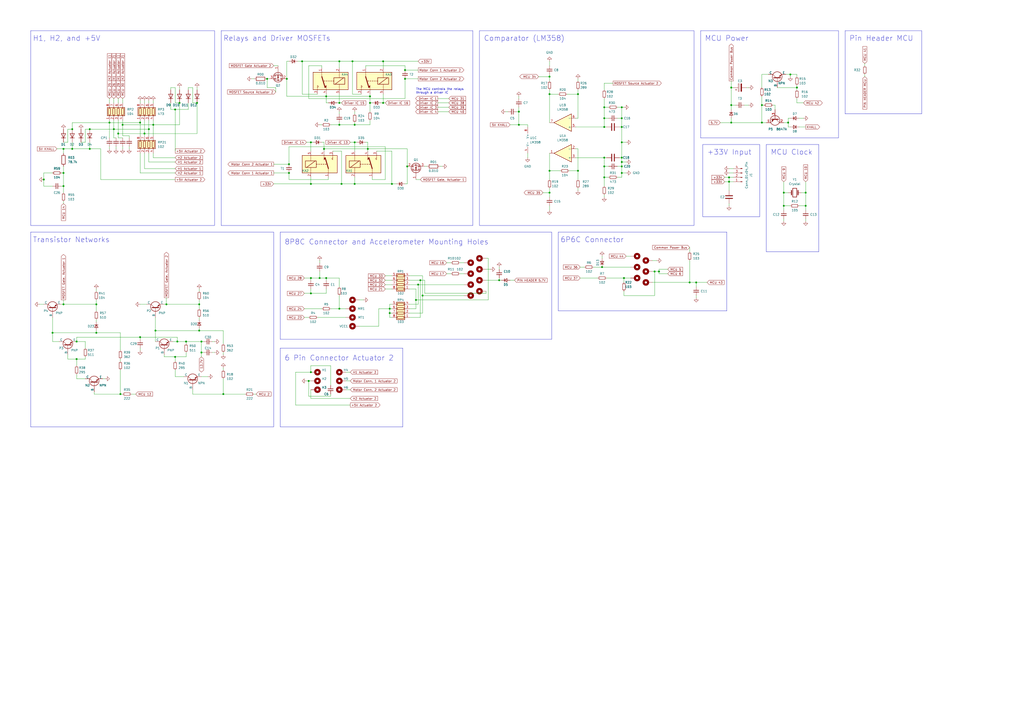
<source format=kicad_sch>
(kicad_sch (version 20230121) (generator eeschema)
  (paper "A2")
  (title_block (title "Uplift Desk Control Box") (date "2023-08-09") (rev "1") (company "librick") (comment 1 "https://github.com/librick/") (comment 2 "https://juniperspring.xyz/") (comment 3 "Reverse Engineered from V2-Commercial 2-Leg 120V Control Box"))
  (junction (at 234.95 45.72))
  (junction (at 116.84 198.12))
  (junction (at 90.17 191.77))
  (junction (at 83.82 77.47))
  (junction (at 205.74 82.55))
  (junction (at 167.64 95.25))
  (junction (at 44.45 208.28))
  (junction (at 400.05 163.83))
  (junction (at 349.25 154.94))
  (junction (at 245.11 171.45))
  (junction (at 360.68 82.55))
  (junction (at 205.74 72.39))
  (junction (at 350.52 73.66))
  (junction (at 205.74 106.68))
  (junction (at 454.66 111.76))
  (junction (at 403.86 163.83))
  (junction (at 102.87 198.12))
  (junction (at 214.63 59.69))
  (junction (at 424.18 50.8))
  (junction (at 204.47 35.56))
  (junction (at 71.12 72.39))
  (junction (at 115.57 176.53))
  (junction (at 198.12 106.68))
  (junction (at 88.9 72.39))
  (junction (at 86.36 74.93))
  (junction (at 318.77 44.45))
  (junction (at 360.68 91.44))
  (junction (at 361.95 161.29))
  (junction (at 36.83 100.33))
  (junction (at 454.66 119.38))
  (junction (at 382.27 157.48))
  (junction (at 180.34 161.29))
  (junction (at 335.28 54.61))
  (junction (at 236.22 96.52))
  (junction (at 467.36 119.38))
  (junction (at 166.37 45.72))
  (junction (at 41.91 74.93))
  (junction (at 360.68 68.58))
  (junction (at 116.84 204.47))
  (junction (at 129.54 228.6))
  (junction (at 167.64 100.33))
  (junction (at 318.77 54.61))
  (junction (at 234.95 40.64))
  (junction (at 101.6 63.5))
  (junction (at 360.68 93.98))
  (junction (at 25.4 104.14))
  (junction (at 350.52 62.23))
  (junction (at 379.73 157.48))
  (junction (at 462.28 50.8))
  (junction (at 227.33 106.68))
  (junction (at 350.52 91.44))
  (junction (at 81.28 195.58))
  (junction (at 360.68 100.33))
  (junction (at 318.77 111.76))
  (junction (at 36.83 86.36))
  (junction (at 196.85 72.39))
  (junction (at 185.42 161.29))
  (junction (at 68.58 77.47))
  (junction (at 63.5 71.12))
  (junction (at 180.34 106.68))
  (junction (at 422.91 105.41))
  (junction (at 222.25 35.56))
  (junction (at 350.52 102.87))
  (junction (at 422.91 102.87))
  (junction (at 96.52 176.53))
  (junction (at 52.07 86.36))
  (junction (at 189.23 161.29))
  (junction (at 441.96 71.12))
  (junction (at 196.85 179.07))
  (junction (at 55.88 176.53))
  (junction (at 52.07 74.93))
  (junction (at 196.85 35.56))
  (junction (at 335.28 99.06))
  (junction (at 36.83 176.53))
  (junction (at 179.07 220.98))
  (junction (at 214.63 55.88))
  (junction (at 360.68 62.23))
  (junction (at 350.52 96.52))
  (junction (at 66.04 74.93))
  (junction (at 360.68 73.66))
  (junction (at 242.57 165.1))
  (junction (at 44.45 198.12))
  (junction (at 226.06 181.61))
  (junction (at 30.48 193.04))
  (junction (at 241.3 173.99))
  (junction (at 213.36 86.36))
  (junction (at 101.6 207.01))
  (junction (at 424.18 60.96))
  (junction (at 180.34 82.55))
  (junction (at 69.85 228.6))
  (junction (at 180.34 170.18))
  (junction (at 107.95 198.12))
  (junction (at 424.18 71.12))
  (junction (at 196.85 59.69))
  (junction (at 189.23 55.88))
  (junction (at 55.88 193.04))
  (junction (at 41.91 86.36))
  (junction (at 457.2 71.12))
  (junction (at 187.96 86.36))
  (junction (at 104.14 59.69))
  (junction (at 36.83 107.95))
  (junction (at 300.99 72.39))
  (junction (at 318.77 99.06))
  (junction (at 289.56 162.56))
  (junction (at 441.96 60.96))
  (junction (at 115.57 191.77))
  (junction (at 81.28 71.12))
  (junction (at 175.26 35.56))
  (junction (at 222.25 59.69))
  (junction (at 154.94 45.72))
  (junction (at 350.52 68.58))
  (junction (at 458.47 43.18))
  (junction (at 243.84 162.56))
  (junction (at 467.36 111.76))
  (junction (at 300.99 64.77))
  (junction (at 226.06 179.07))
  (junction (at 114.3 59.69))
  (junction (at 180.34 215.9))
  (junction (at 360.68 96.52))
  (wire (pts (xy 101.6 63.5) (xy 109.22 63.5)))
  (wire (pts (xy 424.18 60.96) (xy 426.72 60.96)))
  (wire (pts (xy 95.25 176.53) (xy 96.52 176.53)))
  (wire (pts (xy 243.84 184.15) (xy 237.49 184.15)))
  (wire (pts (xy 86.36 74.93) (xy 86.36 78.74)))
  (wire (pts (xy 191.77 229.87) (xy 191.77 228.6)))
  (wire (pts (xy 90.17 191.77) (xy 90.17 198.12)))
  (wire (pts (xy 462.28 50.8) (xy 462.28 52.07)))
  (wire (pts (xy 115.57 176.53) (xy 115.57 173.99)))
  (wire (pts (xy 180.34 170.18) (xy 189.23 170.18)))
  (wire (pts (xy 35.56 176.53) (xy 36.83 176.53)))
  (wire (pts (xy 350.52 62.23) (xy 350.52 68.58)))
  (wire (pts (xy 180.34 167.64) (xy 180.34 170.18)))
  (wire (pts (xy 129.54 213.36) (xy 129.54 214.63)))
  (wire (pts (xy 234.95 38.1) (xy 234.95 40.64)))
  (wire (pts (xy 185.42 161.29) (xy 189.23 161.29)))
  (wire (pts (xy 226.06 184.15) (xy 227.33 184.15)))
  (wire (pts (xy 69.85 214.63) (xy 69.85 228.6)))
  (wire (pts (xy 68.58 57.15) (xy 68.58 59.69)))
  (wire (pts (xy 41.91 82.55) (xy 41.91 86.36)))
  (wire (pts (xy 458.47 43.18) (xy 462.28 43.18)))
  (wire (pts (xy 44.45 217.17) (xy 44.45 219.71)))
  (wire (pts (xy 95.25 205.74) (xy 95.25 207.01)))
  (wire (pts (xy 382.27 157.48) (xy 382.27 158.75)))
  (wire (pts (xy 328.93 54.61) (xy 335.28 54.61)))
  (wire (pts (xy 318.77 52.07) (xy 318.77 54.61)))
  (wire (pts (xy 312.42 44.45) (xy 318.77 44.45)))
  (wire (pts (xy 454.66 111.76) (xy 457.2 111.76)))
  (wire (pts (xy 30.48 193.04) (xy 55.88 193.04)))
  (wire (pts (xy 441.96 55.88) (xy 441.96 60.96)))
  (wire (pts (xy 187.96 87.63) (xy 187.96 86.36)))
  (wire (pts (xy 187.96 86.36) (xy 187.96 82.55)))
  (wire (pts (xy 99.06 50.8) (xy 99.06 52.07)))
  (wire (pts (xy 166.37 35.56) (xy 167.64 35.56)))
  (wire (pts (xy 300.99 64.77) (xy 300.99 72.39)))
  (wire (pts (xy 44.45 195.58) (xy 44.45 198.12)))
  (wire (pts (xy 219.71 179.07) (xy 219.71 189.23)))
  (wire (pts (xy 424.18 46.99) (xy 424.18 50.8)))
  (wire (pts (xy 205.74 87.63) (xy 205.74 82.55)))
  (wire (pts (xy 41.91 71.12) (xy 63.5 71.12)))
  (wire (pts (xy 96.52 176.53) (xy 115.57 176.53)))
  (wire (pts (xy 334.01 73.66) (xy 350.52 73.66)))
  (wire (pts (xy 99.06 59.69) (xy 99.06 63.5)))
  (wire (pts (xy 123.19 204.47) (xy 124.46 204.47)))
  (wire (pts (xy 351.79 161.29) (xy 361.95 161.29)))
  (wire (pts (xy 349.25 154.94) (xy 365.76 154.94)))
  (wire (pts (xy 361.95 161.29) (xy 361.95 163.83)))
  (wire (pts (xy 101.6 50.8) (xy 101.6 59.69)))
  (wire (pts (xy 111.76 50.8) (xy 111.76 59.69)))
  (wire (pts (xy 115.57 185.42) (xy 115.57 184.15)))
  (wire (pts (xy 86.36 58.42) (xy 86.36 59.69)))
  (wire (pts (xy 215.9 104.14) (xy 223.52 104.14)))
  (wire (pts (xy 214.63 55.88) (xy 214.63 59.69)))
  (wire (pts (xy 351.79 91.44) (xy 350.52 91.44)))
  (wire (pts (xy 378.46 163.83) (xy 400.05 163.83)))
  (wire (pts (xy 247.65 96.52) (xy 246.38 96.52)))
  (wire (pts (xy 189.23 161.29) (xy 196.85 161.29)))
  (wire (pts (xy 76.2 228.6) (xy 78.74 228.6)))
  (wire (pts (xy 52.07 74.93) (xy 66.04 74.93)))
  (wire (pts (xy 116.84 204.47) (xy 118.11 204.47)))
  (wire (pts (xy 449.58 60.96) (xy 449.58 63.5)))
  (wire (pts (xy 379.73 157.48) (xy 382.27 157.48)))
  (wire (pts (xy 58.42 86.36) (xy 52.07 86.36)))
  (wire (pts (xy 223.52 160.02) (xy 227.33 160.02)))
  (wire (pts (xy 294.64 64.77) (xy 293.37 64.77)))
  (wire (pts (xy 68.58 77.47) (xy 83.82 77.47)))
  (wire (pts (xy 101.6 218.44) (xy 106.68 218.44)))
  (wire (pts (xy 300.99 62.23) (xy 300.99 64.77)))
  (wire (pts (xy 361.95 161.29) (xy 365.76 161.29)))
  (wire (pts (xy 222.25 54.61) (xy 222.25 59.69)))
  (wire (pts (xy 180.34 231.14) (xy 180.34 226.06)))
  (wire (pts (xy 269.24 171.45) (xy 245.11 171.45)))
  (wire (pts (xy 295.91 72.39) (xy 300.99 72.39)))
  (wire (pts (xy 146.05 45.72) (xy 147.32 45.72)))
  (wire (pts (xy 46.99 82.55) (xy 49.53 82.55)))
  (wire (pts (xy 101.6 207.01) (xy 101.6 209.55)))
  (wire (pts (xy 109.22 50.8) (xy 109.22 52.07)))
  (wire (pts (xy 36.83 100.33) (xy 36.83 107.95)))
  (wire (pts (xy 281.94 170.18) (xy 281.94 168.91)))
  (wire (pts (xy 403.86 163.83) (xy 403.86 166.37)))
  (wire (pts (xy 101.6 59.69) (xy 104.14 59.69)))
  (wire (pts (xy 400.05 163.83) (xy 403.86 163.83)))
  (wire (pts (xy 259.08 158.75) (xy 261.62 158.75)))
  (wire (pts (xy 102.87 195.58) (xy 102.87 198.12)))
  (wire (pts (xy 49.53 198.12) (xy 49.53 201.93)))
  (wire (pts (xy 96.52 172.72) (xy 96.52 176.53)))
  (wire (pts (xy 36.83 173.99) (xy 36.83 176.53)))
  (wire (pts (xy 360.68 100.33) (xy 360.68 102.87)))
  (wire (pts (xy 203.2 82.55) (xy 205.74 82.55)))
  (wire (pts (xy 88.9 58.42) (xy 88.9 59.69)))
  (wire (pts (xy 171.45 215.9) (xy 180.34 215.9)))
  (wire (pts (xy 205.74 64.77) (xy 205.74 66.04)))
  (wire (pts (xy 180.34 102.87) (xy 180.34 106.68)))
  (wire (pts (xy 205.74 106.68) (xy 198.12 106.68)))
  (wire (pts (xy 350.52 91.44) (xy 350.52 96.52)))
  (wire (pts (xy 360.68 96.52) (xy 360.68 100.33)))
  (wire (pts (xy 289.56 162.56) (xy 290.83 162.56)))
  (wire (pts (xy 214.63 72.39) (xy 214.63 69.85)))
  (wire (pts (xy 223.52 165.1) (xy 227.33 165.1)))
  (wire (pts (xy 35.56 107.95) (xy 36.83 107.95)))
  (wire (pts (xy 350.52 96.52) (xy 353.06 96.52)))
  (wire (pts (xy 179.07 38.1) (xy 179.07 57.15)))
  (wire (pts (xy 454.66 127) (xy 454.66 128.27)))
  (wire (pts (xy 175.26 54.61) (xy 175.26 35.56)))
  (wire (pts (xy 450.85 50.8) (xy 462.28 50.8)))
  (wire (pts (xy 350.52 48.26) (xy 350.52 52.07)))
  (wire (pts (xy 81.28 71.12) (xy 81.28 78.74)))
  (wire (pts (xy 177.8 82.55) (xy 180.34 82.55)))
  (wire (pts (xy 160.02 53.34) (xy 160.02 50.8)))
  (wire (pts (xy 227.33 176.53) (xy 226.06 176.53)))
  (wire (pts (xy 350.52 62.23) (xy 353.06 62.23)))
  (wire (pts (xy 52.07 86.36) (xy 52.07 82.55)))
  (wire (pts (xy 242.57 40.64) (xy 234.95 40.64)))
  (wire (pts (xy 318.77 88.9) (xy 318.77 99.06)))
  (wire (pts (xy 101.6 97.79) (xy 83.82 97.79)))
  (wire (pts (xy 166.37 45.72) (xy 166.37 55.88)))
  (wire (pts (xy 196.85 39.37) (xy 196.85 35.56)))
  (wire (pts (xy 189.23 161.29) (xy 189.23 162.56)))
  (wire (pts (xy 335.28 68.58) (xy 334.01 68.58)))
  (wire (pts (xy 336.55 161.29) (xy 346.71 161.29)))
  (wire (pts (xy 363.22 148.59) (xy 365.76 148.59)))
  (wire (pts (xy 36.83 116.84) (xy 36.83 118.11)))
  (wire (pts (xy 177.8 220.98) (xy 179.07 220.98)))
  (wire (pts (xy 196.85 54.61) (xy 196.85 59.69)))
  (wire (pts (xy 467.36 119.38) (xy 467.36 121.92)))
  (wire (pts (xy 462.28 59.69) (xy 466.09 59.69)))
  (wire (pts (xy 71.12 57.15) (xy 71.12 59.69)))
  (wire (pts (xy 219.71 189.23) (xy 208.28 189.23)))
  (wire (pts (xy 25.4 104.14) (xy 25.4 107.95)))
  (wire (pts (xy 213.36 82.55) (xy 212.09 82.55)))
  (wire (pts (xy 44.45 198.12) (xy 49.53 198.12)))
  (wire (pts (xy 176.53 184.15) (xy 179.07 184.15)))
  (wire (pts (xy 334.01 91.44) (xy 350.52 91.44)))
  (wire (pts (xy 237.49 165.1) (xy 242.57 165.1)))
  (wire (pts (xy 424.18 50.8) (xy 424.18 60.96)))
  (wire (pts (xy 464.82 111.76) (xy 467.36 111.76)))
  (wire (pts (xy 71.12 85.09) (xy 71.12 86.36)))
  (wire (pts (xy 236.22 96.52) (xy 236.22 86.36)))
  (wire (pts (xy 68.58 69.85) (xy 68.58 77.47)))
  (wire (pts (xy 54.61 228.6) (xy 54.61 227.33)))
  (wire (pts (xy 101.6 100.33) (xy 81.28 100.33)))
  (wire (pts (xy 417.83 71.12) (xy 424.18 71.12)))
  (wire (pts (xy 334.01 86.36) (xy 335.28 86.36)))
  (wire (pts (xy 318.77 35.56) (xy 318.77 38.1)))
  (wire (pts (xy 179.07 57.15) (xy 234.95 57.15)))
  (wire (pts (xy 116.84 198.12) (xy 116.84 204.47)))
  (wire (pts (xy 256.54 96.52) (xy 255.27 96.52)))
  (wire (pts (xy 245.11 160.02) (xy 237.49 160.02)))
  (wire (pts (xy 212.09 38.1) (xy 212.09 39.37)))
  (wire (pts (xy 180.34 161.29) (xy 180.34 162.56)))
  (wire (pts (xy 115.57 191.77) (xy 129.54 191.77)))
  (wire (pts (xy 281.94 156.21) (xy 284.48 156.21)))
  (wire (pts (xy 209.55 54.61) (xy 204.47 54.61)))
  (wire (pts (xy 350.52 102.87) (xy 350.52 107.95)))
  (wire (pts (xy 196.85 171.45) (xy 196.85 179.07)))
  (wire (pts (xy 467.36 111.76) (xy 467.36 119.38)))
  (wire (pts (xy 55.88 191.77) (xy 55.88 193.04)))
  (wire (pts (xy 207.01 82.55) (xy 205.74 82.55)))
  (wire (pts (xy 204.47 54.61) (xy 204.47 35.56)))
  (wire (pts (xy 100.33 198.12) (xy 102.87 198.12)))
  (wire (pts (xy 68.58 80.01) (xy 71.12 80.01)))
  (wire (pts (xy 350.52 57.15) (xy 350.52 62.23)))
  (wire (pts (xy 360.68 93.98) (xy 360.68 96.52)))
  (wire (pts (xy 36.83 176.53) (xy 55.88 176.53)))
  (wire (pts (xy 350.52 102.87) (xy 353.06 102.87)))
  (wire (pts (xy 214.63 59.69) (xy 214.63 64.77)))
  (wire (pts (xy 441.96 43.18) (xy 445.77 43.18)))
  (wire (pts (xy 71.12 69.85) (xy 71.12 72.39)))
  (wire (pts (xy 189.23 54.61) (xy 189.23 55.88)))
  (wire (pts (xy 254 57.15) (xy 260.35 57.15)))
  (wire (pts (xy 102.87 198.12) (xy 107.95 198.12)))
  (wire (pts (xy 454.66 119.38) (xy 458.47 119.38)))
  (wire (pts (xy 266.7 152.4) (xy 269.24 152.4)))
  (wire (pts (xy 88.9 69.85) (xy 88.9 72.39)))
  (wire (pts (xy 180.34 215.9) (xy 180.34 212.09)))
  (wire (pts (xy 245.11 171.45) (xy 245.11 160.02)))
  (wire (pts (xy 204.47 35.56) (xy 222.25 35.56)))
  (wire (pts (xy 237.49 181.61) (xy 245.11 181.61)))
  (wire (pts (xy 66.04 74.93) (xy 86.36 74.93)))
  (wire (pts (xy 360.68 93.98) (xy 363.22 93.98)))
  (wire (pts (xy 44.45 208.28) (xy 44.45 212.09)))
  (wire (pts (xy 454.66 71.12) (xy 457.2 71.12)))
  (wire (pts (xy 101.6 87.63) (xy 101.6 63.5)))
  (wire (pts (xy 66.04 74.93) (xy 66.04 80.01)))
  (wire (pts (xy 49.53 74.93) (xy 52.07 74.93)))
  (wire (pts (xy 83.82 77.47) (xy 114.3 77.47)))
  (wire (pts (xy 229.87 106.68) (xy 227.33 106.68)))
  (wire (pts (xy 457.2 71.12) (xy 457.2 73.66)))
  (wire (pts (xy 116.84 218.44) (xy 120.65 218.44)))
  (wire (pts (xy 360.68 68.58) (xy 358.14 68.58)))
  (wire (pts (xy 226.06 181.61) (xy 226.06 184.15)))
  (wire (pts (xy 189.23 55.88) (xy 189.23 59.69)))
  (wire (pts (xy 74.93 85.09) (xy 74.93 86.36)))
  (wire (pts (xy 101.6 214.63) (xy 101.6 218.44)))
  (wire (pts (xy 382.27 156.21) (xy 387.35 156.21)))
  (wire (pts (xy 30.48 100.33) (xy 25.4 100.33)))
  (wire (pts (xy 54.61 228.6) (xy 69.85 228.6)))
  (wire (pts (xy 200.66 220.98) (xy 203.2 220.98)))
  (wire (pts (xy 289.56 161.29) (xy 289.56 162.56)))
  (wire (pts (xy 403.86 163.83) (xy 410.21 163.83)))
  (wire (pts (xy 214.63 54.61) (xy 214.63 55.88)))
  (wire (pts (xy 360.68 82.55) (xy 363.22 82.55)))
  (wire (pts (xy 335.28 54.61) (xy 335.28 68.58)))
  (wire (pts (xy 441.96 60.96) (xy 441.96 71.12)))
  (wire (pts (xy 361.95 171.45) (xy 379.73 171.45)))
  (wire (pts (xy 41.91 86.36) (xy 52.07 86.36)))
  (wire (pts (xy 36.83 107.95) (xy 36.83 111.76)))
  (wire (pts (xy 25.4 100.33) (xy 25.4 104.14)))
  (wire (pts (xy 433.07 50.8) (xy 434.34 50.8)))
  (wire (pts (xy 349.25 148.59) (xy 349.25 149.86)))
  (wire (pts (xy 300.99 55.88) (xy 300.99 57.15)))
  (wire (pts (xy 213.36 86.36) (xy 213.36 82.55)))
  (wire (pts (xy 400.05 143.51) (xy 400.05 146.05)))
  (wire (pts (xy 166.37 55.88) (xy 189.23 55.88)))
  (wire (pts (xy 457.2 68.58) (xy 457.2 71.12)))
  (wire (pts (xy 220.98 59.69) (xy 222.25 59.69)))
  (wire (pts (xy 30.48 184.15) (xy 30.48 193.04)))
  (wire (pts (xy 335.28 99.06) (xy 335.28 104.14)))
  (wire (pts (xy 180.34 87.63) (xy 180.34 82.55)))
  (wire (pts (xy 109.22 50.8) (xy 111.76 50.8)))
  (wire (pts (xy 467.36 105.41) (xy 467.36 111.76)))
  (wire (pts (xy 129.54 228.6) (xy 142.24 228.6)))
  (wire (pts (xy 350.52 68.58) (xy 353.06 68.58)))
  (wire (pts (xy 424.18 68.58) (xy 424.18 71.12)))
  (wire (pts (xy 318.77 99.06) (xy 325.12 99.06)))
  (wire (pts (xy 213.36 86.36) (xy 187.96 86.36)))
  (wire (pts (xy 462.28 57.15) (xy 462.28 59.69)))
  (wire (pts (xy 190.5 104.14) (xy 167.64 104.14)))
  (wire (pts (xy 360.68 62.23) (xy 361.95 62.23)))
  (wire (pts (xy 234.95 57.15) (xy 234.95 45.72)))
  (wire (pts (xy 457.2 68.58) (xy 458.47 68.58)))
  (wire (pts (xy 205.74 102.87) (xy 205.74 106.68)))
  (wire (pts (xy 114.3 59.69) (xy 114.3 77.47)))
  (wire (pts (xy 360.68 73.66) (xy 360.68 82.55)))
  (wire (pts (xy 378.46 157.48) (xy 379.73 157.48)))
  (wire (pts (xy 259.08 152.4) (xy 261.62 152.4)))
  (wire (pts (xy 129.54 204.47) (xy 129.54 205.74)))
  (wire (pts (xy 299.72 64.77) (xy 300.99 64.77)))
  (wire (pts (xy 448.31 60.96) (xy 449.58 60.96)))
  (wire (pts (xy 99.06 50.8) (xy 101.6 50.8)))
  (wire (pts (xy 81.28 58.42) (xy 81.28 59.69)))
  (wire (pts (xy 403.86 171.45) (xy 403.86 172.72)))
  (wire (pts (xy 107.95 204.47) (xy 107.95 207.01)))
  (wire (pts (xy 36.83 96.52) (xy 36.83 100.33)))
  (wire (pts (xy 246.38 162.56) (xy 243.84 162.56)))
  (wire (pts (xy 66.04 57.15) (xy 66.04 59.69)))
  (wire (pts (xy 441.96 50.8) (xy 441.96 43.18)))
  (wire (pts (xy 222.25 39.37) (xy 222.25 35.56)))
  (wire (pts (xy 69.85 193.04) (xy 55.88 193.04)))
  (wire (pts (xy 63.5 71.12) (xy 63.5 80.01)))
  (wire (pts (xy 454.66 121.92) (xy 454.66 119.38)))
  (wire (pts (xy 214.63 59.69) (xy 215.9 59.69)))
  (wire (pts (xy 236.22 86.36) (xy 213.36 86.36)))
  (wire (pts (xy 101.6 207.01) (xy 107.95 207.01)))
  (wire (pts (xy 281.94 149.86) (xy 283.21 149.86)))
  (wire (pts (xy 179.07 220.98) (xy 179.07 229.87)))
  (wire (pts (xy 186.69 38.1) (xy 186.69 39.37)))
  (wire (pts (xy 198.12 106.68) (xy 180.34 106.68)))
  (wire (pts (xy 330.2 99.06) (xy 335.28 99.06)))
  (wire (pts (xy 212.09 38.1) (xy 234.95 38.1)))
  (wire (pts (xy 246.38 170.18) (xy 246.38 162.56)))
  (wire (pts (xy 431.8 60.96) (xy 434.34 60.96)))
  (wire (pts (xy 300.99 72.39) (xy 306.07 72.39)))
  (wire (pts (xy 318.77 44.45) (xy 318.77 46.99)))
  (wire (pts (xy 189.23 55.88) (xy 214.63 55.88)))
  (wire (pts (xy 360.68 102.87) (xy 358.14 102.87)))
  (wire (pts (xy 66.04 80.01) (xy 67.31 80.01)))
  (wire (pts (xy 254 62.23) (xy 260.35 62.23)))
  (wire (pts (xy 425.45 100.33) (xy 422.91 100.33)))
  (wire (pts (xy 379.73 171.45) (xy 379.73 157.48)))
  (wire (pts (xy 200.66 226.06) (xy 203.2 226.06)))
  (wire (pts (xy 236.22 96.52) (xy 236.22 106.68)))
  (wire (pts (xy 81.28 100.33) (xy 81.28 88.9)))
  (wire (pts (xy 223.52 162.56) (xy 227.33 162.56)))
  (wire (pts (xy 185.42 157.48) (xy 185.42 161.29)))
  (wire (pts (xy 83.82 69.85) (xy 83.82 77.47)))
  (wire (pts (xy 36.83 82.55) (xy 39.37 82.55)))
  (wire (pts (xy 350.52 48.26) (xy 355.6 48.26)))
  (wire (pts (xy 424.18 71.12) (xy 441.96 71.12)))
  (wire (pts (xy 335.28 86.36) (xy 335.28 99.06)))
  (wire (pts (xy 86.36 69.85) (xy 86.36 74.93)))
  (wire (pts (xy 318.77 71.12) (xy 318.77 54.61)))
  (wire (pts (xy 283.21 149.86) (xy 283.21 173.99)))
  (wire (pts (xy 30.48 198.12) (xy 34.29 198.12)))
  (wire (pts (xy 166.37 45.72) (xy 166.37 35.56)))
  (wire (pts (xy 196.85 35.56) (xy 204.47 35.56)))
  (wire (pts (xy 422.91 118.11) (xy 422.91 119.38)))
  (wire (pts (xy 193.04 87.63) (xy 198.12 87.63)))
  (wire (pts (xy 69.85 203.2) (xy 69.85 193.04)))
  (wire (pts (xy 49.53 82.55) (xy 49.53 74.93)))
  (wire (pts (xy 424.18 60.96) (xy 424.18 63.5)))
  (wire (pts (xy 254 64.77) (xy 260.35 64.77)))
  (wire (pts (xy 454.66 119.38) (xy 454.66 111.76)))
  (wire (pts (xy 101.6 91.44) (xy 88.9 91.44)))
  (wire (pts (xy 172.72 35.56) (xy 175.26 35.56)))
  (wire (pts (xy 306.07 88.9) (xy 306.07 91.44)))
  (wire (pts (xy 107.95 198.12) (xy 107.95 199.39)))
  (wire (pts (xy 71.12 72.39) (xy 71.12 78.74)))
  (wire (pts (xy 335.28 45.72) (xy 335.28 46.99)))
  (wire (pts (xy 215.9 104.14) (xy 215.9 102.87)))
  (wire (pts (xy 243.84 104.14) (xy 241.3 104.14)))
  (wire (pts (xy 191.77 179.07) (xy 196.85 179.07)))
  (wire (pts (xy 171.45 234.95) (xy 171.45 215.9)))
  (wire (pts (xy 69.85 208.28) (xy 69.85 209.55)))
  (wire (pts (xy 179.07 229.87) (xy 191.77 229.87)))
  (wire (pts (xy 467.36 127) (xy 467.36 128.27)))
  (wire (pts (xy 223.52 59.69) (xy 222.25 59.69)))
  (wire (pts (xy 382.27 156.21) (xy 382.27 157.48)))
  (wire (pts (xy 35.56 100.33) (xy 36.83 100.33)))
  (wire (pts (xy 336.55 154.94) (xy 339.09 154.94)))
  (wire (pts (xy 167.64 100.33) (xy 158.75 100.33)))
  (wire (pts (xy 245.11 171.45) (xy 245.11 181.61)))
  (wire (pts (xy 462.28 43.18) (xy 462.28 44.45)))
  (wire (pts (xy 196.85 64.77) (xy 196.85 66.04)))
  (wire (pts (xy 58.42 86.36) (xy 58.42 104.14)))
  (wire (pts (xy 25.4 107.95) (xy 30.48 107.95)))
  (wire (pts (xy 360.68 73.66) (xy 359.41 73.66)))
  (wire (pts (xy 55.88 176.53) (xy 55.88 180.34)))
  (wire (pts (xy 361.95 171.45) (xy 361.95 168.91)))
  (wire (pts (xy 101.6 93.98) (xy 86.36 93.98)))
  (wire (pts (xy 83.82 97.79) (xy 83.82 88.9)))
  (wire (pts (xy 55.88 185.42) (xy 55.88 186.69)))
  (wire (pts (xy 358.14 62.23) (xy 360.68 62.23)))
  (wire (pts (xy 350.52 113.03) (xy 350.52 114.3)))
  (wire (pts (xy 314.96 111.76) (xy 318.77 111.76)))
  (wire (pts (xy 227.33 106.68) (xy 205.74 106.68)))
  (wire (pts (xy 318.77 111.76) (xy 318.77 114.3)))
  (wire (pts (xy 176.53 161.29) (xy 180.34 161.29)))
  (wire (pts (xy 83.82 77.47) (xy 83.82 78.74)))
  (wire (pts (xy 30.48 193.04) (xy 30.48 198.12)))
  (wire (pts (xy 63.5 71.12) (xy 63.5 69.85)))
  (wire (pts (xy 83.82 58.42) (xy 83.82 59.69)))
  (wire (pts (xy 350.52 96.52) (xy 350.52 102.87)))
  (wire (pts (xy 181.61 82.55) (xy 180.34 82.55)))
  (wire (pts (xy 266.7 158.75) (xy 269.24 158.75)))
  (wire (pts (xy 129.54 199.39) (xy 129.54 191.77)))
  (wire (pts (xy 241.3 173.99) (xy 241.3 179.07)))
  (wire (pts (xy 115.57 190.5) (xy 115.57 191.77)))
  (wire (pts (xy 67.31 85.09) (xy 67.31 86.36)))
  (wire (pts (xy 116.84 204.47) (xy 116.84 207.01)))
  (wire (pts (xy 184.15 184.15) (xy 200.66 184.15)))
  (wire (pts (xy 387.35 158.75) (xy 382.27 158.75)))
  (wire (pts (xy 81.28 71.12) (xy 81.28 69.85)))
  (wire (pts (xy 81.28 201.93) (xy 81.28 203.2)))
  (wire (pts (xy 59.69 219.71) (xy 60.96 219.71)))
  (wire (pts (xy 226.06 176.53) (xy 226.06 179.07)))
  (wire (pts (xy 129.54 219.71) (xy 129.54 228.6)))
  (wire (pts (xy 111.76 59.69) (xy 114.3 59.69)))
  (wire (pts (xy 111.76 228.6) (xy 129.54 228.6)))
  (wire (pts (xy 360.68 100.33) (xy 363.22 100.33)))
  (wire (pts (xy 236.22 106.68) (xy 234.95 106.68)))
  (wire (pts (xy 196.85 179.07) (xy 200.66 179.07)))
  (wire (pts (xy 360.68 62.23) (xy 360.68 68.58)))
  (wire (pts (xy 213.36 87.63) (xy 213.36 86.36)))
  (wire (pts (xy 180.34 106.68) (xy 158.75 106.68)))
  (wire (pts (xy 457.2 73.66) (xy 458.47 73.66)))
  (wire (pts (xy 335.28 52.07) (xy 335.28 54.61)))
  (wire (pts (xy 68.58 77.47) (xy 68.58 80.01)))
  (wire (pts (xy 424.18 50.8) (xy 425.45 50.8)))
  (wire (pts (xy 318.77 54.61) (xy 323.85 54.61)))
  (wire (pts (xy 190.5 104.14) (xy 190.5 102.87)))
  (wire (pts (xy 63.5 57.15) (xy 63.5 59.69)))
  (wire (pts (xy 189.23 170.18) (xy 189.23 167.64)))
  (wire (pts (xy 208.28 173.99) (xy 210.82 173.99)))
  (wire (pts (xy 88.9 72.39) (xy 104.14 72.39)))
  (wire (pts (xy 167.64 85.09) (xy 167.64 95.25)))
  (wire (pts (xy 241.3 179.07) (xy 237.49 179.07)))
  (wire (pts (xy 90.17 184.15) (xy 90.17 191.77)))
  (wire (pts (xy 90.17 191.77) (xy 115.57 191.77)))
  (wire (pts (xy 360.68 91.44) (xy 360.68 93.98)))
  (wire (pts (xy 115.57 176.53) (xy 115.57 179.07)))
  (wire (pts (xy 36.83 86.36) (xy 41.91 86.36)))
  (wire (pts (xy 241.3 167.64) (xy 241.3 173.99)))
  (wire (pts (xy 74.93 78.74) (xy 74.93 80.01)))
  (wire (pts (xy 226.06 179.07) (xy 227.33 179.07)))
  (wire (pts (xy 425.45 102.87) (xy 422.91 102.87)))
  (wire (pts (xy 148.59 228.6) (xy 147.32 228.6)))
  (wire (pts (xy 191.77 212.09) (xy 191.77 223.52)))
  (wire (pts (xy 41.91 74.93) (xy 41.91 71.12)))
  (wire (pts (xy 400.05 151.13) (xy 400.05 163.83)))
  (wire (pts (xy 289.56 154.94) (xy 289.56 156.21)))
  (wire (pts (xy 281.94 162.56) (xy 289.56 162.56)))
  (wire (pts (xy 175.26 35.56) (xy 196.85 35.56)))
  (wire (pts (xy 176.53 170.18) (xy 180.34 170.18)))
  (wire (pts (xy 39.37 74.93) (xy 41.91 74.93)))
  (wire (pts (xy 49.53 208.28) (xy 44.45 208.28)))
  (wire (pts (xy 63.5 71.12) (xy 81.28 71.12)))
  (wire (pts (xy 71.12 72.39) (xy 88.9 72.39)))
  (wire (pts (xy 196.85 71.12) (xy 196.85 72.39)))
  (wire (pts (xy 422.91 105.41) (xy 422.91 110.49)))
  (wire (pts (xy 422.91 102.87) (xy 420.37 102.87)))
  (wire (pts (xy 281.94 170.18) (xy 246.38 170.18)))
  (wire (pts (xy 186.69 38.1) (xy 179.07 38.1)))
  (wire (pts (xy 111.76 226.06) (xy 111.76 228.6)))
  (wire (pts (xy 69.85 228.6) (xy 71.12 228.6)))
  (wire (pts (xy 205.74 72.39) (xy 214.63 72.39)))
  (wire (pts (xy 501.65 36.83) (xy 501.65 38.1)))
  (wire (pts (xy 36.83 88.9) (xy 36.83 86.36)))
  (wire (pts (xy 99.06 63.5) (xy 101.6 63.5)))
  (wire (pts (xy 198.12 59.69) (xy 196.85 59.69)))
  (wire (pts (xy 39.37 208.28) (xy 44.45 208.28)))
  (wire (pts (xy 167.64 95.25) (xy 158.75 95.25)))
  (wire (pts (xy 226.06 179.07) (xy 219.71 179.07)))
  (wire (pts (xy 344.17 154.94) (xy 349.25 154.94)))
  (wire (pts (xy 71.12 78.74) (xy 74.93 78.74)))
  (wire (pts (xy 196.85 161.29) (xy 196.85 166.37)))
  (wire (pts (xy 454.66 105.41) (xy 454.66 111.76)))
  (wire (pts (xy 242.57 165.1) (xy 242.57 176.53)))
  (wire (pts (xy 242.57 176.53) (xy 237.49 176.53)))
  (wire (pts (xy 306.07 72.39) (xy 306.07 73.66)))
  (wire (pts (xy 425.45 97.79) (xy 422.91 97.79)))
  (wire (pts (xy 318.77 99.06) (xy 318.77 104.14)))
  (wire (pts (xy 104.14 59.69) (xy 104.14 72.39)))
  (wire (pts (xy 422.91 105.41) (xy 420.37 105.41)))
  (wire (pts (xy 425.45 105.41) (xy 422.91 105.41)))
  (wire (pts (xy 39.37 205.74) (xy 39.37 208.28)))
  (wire (pts (xy 22.86 176.53) (xy 25.4 176.53)))
  (wire (pts (xy 66.04 69.85) (xy 66.04 74.93)))
  (wire (pts (xy 350.52 68.58) (xy 350.52 73.66)))
  (wire (pts (xy 237.49 167.64) (xy 241.3 167.64)))
  (wire (pts (xy 243.84 162.56) (xy 237.49 162.56)))
  (wire (pts (xy 88.9 91.44) (xy 88.9 88.9)))
  (wire (pts (xy 455.93 43.18) (xy 458.47 43.18)))
  (wire (pts (xy 205.74 71.12) (xy 205.74 72.39)))
  (wire (pts (xy 189.23 59.69) (xy 190.5 59.69)))
  (wire (pts (xy 360.68 96.52) (xy 358.14 96.52)))
  (wire (pts (xy 86.36 93.98) (xy 86.36 88.9)))
  (wire (pts (xy 116.84 198.12) (xy 118.11 198.12)))
  (wire (pts (xy 81.28 195.58) (xy 44.45 195.58)))
  (wire (pts (xy 360.68 68.58) (xy 360.68 73.66)))
  (wire (pts (xy 223.52 167.64) (xy 227.33 167.64)))
  (wire (pts (xy 318.77 43.18) (xy 318.77 44.45)))
  (wire (pts (xy 158.75 38.1) (xy 161.29 38.1)))
  (wire (pts (xy 185.42 151.13) (xy 185.42 152.4)))
  (wire (pts (xy 335.28 109.22) (xy 335.28 110.49)))
  (wire (pts (xy 187.96 82.55) (xy 186.69 82.55)))
  (wire (pts (xy 218.44 87.63) (xy 227.33 87.63)))
  (wire (pts (xy 318.77 119.38) (xy 318.77 121.92)))
  (wire (pts (xy 203.2 231.14) (xy 180.34 231.14)))
  (wire (pts (xy 254 59.69) (xy 260.35 59.69)))
  (wire (pts (xy 378.46 151.13) (xy 381 151.13)))
  (wire (pts (xy 223.52 104.14) (xy 223.52 85.09)))
  (wire (pts (xy 180.34 161.29) (xy 185.42 161.29)))
  (wire (pts (xy 243.84 162.56) (xy 243.84 184.15)))
  (wire (pts (xy 350.52 73.66) (xy 351.79 73.66)))
  (wire (pts (xy 44.45 219.71) (xy 49.53 219.71)))
  (wire (pts (xy 154.94 45.72) (xy 156.21 45.72)))
  (wire (pts (xy 167.64 104.14) (xy 167.64 100.33)))
  (wire (pts (xy 81.28 195.58) (xy 81.28 196.85)))
  (wire (pts (xy 81.28 195.58) (xy 102.87 195.58)))
  (wire (pts (xy 180.34 212.09) (xy 191.77 212.09)))
  (wire (pts (xy 33.02 86.36) (xy 36.83 86.36)))
  (wire (pts (xy 463.55 73.66) (xy 467.36 73.66)))
  (wire (pts (xy 58.42 104.14) (xy 101.6 104.14)))
  (wire (pts (xy 200.66 215.9) (xy 203.2 215.9)))
  (wire (pts (xy 109.22 59.69) (xy 109.22 63.5)))
  (wire (pts (xy 360.68 82.55) (xy 360.68 91.44)))
  (wire (pts (xy 226.06 181.61) (xy 227.33 181.61)))
  (wire (pts (xy 203.2 234.95) (xy 171.45 234.95)))
  (wire (pts (xy 226.06 179.07) (xy 226.06 181.61)))
  (wire (pts (xy 462.28 49.53) (xy 462.28 50.8)))
  (wire (pts (xy 88.9 72.39) (xy 88.9 78.74)))
  (wire (pts (xy 463.55 68.58) (xy 466.09 68.58)))
  (wire (pts (xy 81.28 176.53) (xy 85.09 176.53)))
  (wire (pts (xy 441.96 71.12) (xy 444.5 71.12)))
  (wire (pts (xy 222.25 35.56) (xy 242.57 35.56)))
  (wire (pts (xy 55.88 167.64) (xy 55.88 168.91)))
  (wire (pts (xy 227.33 87.63) (xy 227.33 106.68)))
  (wire (pts (xy 223.52 85.09) (xy 167.64 85.09)))
  (wire (pts (xy 160.02 50.8) (xy 154.94 50.8)))
  (wire (pts (xy 104.14 50.8) (xy 104.14 52.07)))
  (wire (pts (xy 360.68 91.44) (xy 359.41 91.44)))
  (wire (pts (xy 63.5 85.09) (xy 63.5 86.36)))
  (wire (pts (xy 123.19 198.12) (xy 124.46 198.12)))
  (wire (pts (xy 154.94 50.8) (xy 154.94 45.72)))
  (wire (pts (xy 184.15 54.61) (xy 175.26 54.61)))
  (wire (pts (xy 179.07 220.98) (xy 180.34 220.98)))
  (wire (pts (xy 242.57 45.72) (xy 234.95 45.72)))
  (wire (pts (xy 463.55 119.38) (xy 467.36 119.38)))
  (wire (pts (xy 186.69 179.07) (xy 176.53 179.07)))
  (wire (pts (xy 318.77 109.22) (xy 318.77 111.76)))
  (wire (pts (xy 115.57 167.64) (xy 115.57 168.91)))
  (wire (pts (xy 39.37 82.55) (xy 39.37 74.93)))
  (wire (pts (xy 95.25 207.01) (xy 101.6 207.01)))
  (wire (pts (xy 198.12 87.63) (xy 198.12 106.68)))
  (wire (pts (xy 458.47 44.45) (xy 458.47 43.18)))
  (wire (pts (xy 49.53 207.01) (xy 49.53 208.28)))
  (wire (pts (xy 242.57 165.1) (xy 269.24 165.1)))
  (wire (pts (xy 196.85 72.39) (xy 205.74 72.39)))
  (wire (pts (xy 443.23 60.96) (xy 441.96 60.96)))
  (wire (pts (xy 114.3 50.8) (xy 114.3 52.07)))
  (wire (pts (xy 195.58 59.69) (xy 196.85 59.69)))
  (wire (pts (xy 107.95 198.12) (xy 116.84 198.12)))
  (wire (pts (xy 295.91 162.56) (xy 298.45 162.56)))
  (wire (pts (xy 501.65 43.18) (xy 501.65 44.45)))
  (wire (pts (xy 191.77 72.39) (xy 196.85 72.39)))
  (wire (pts (xy 185.42 72.39) (xy 186.69 72.39)))
  (wire (pts (xy 422.91 102.87) (xy 422.91 105.41)))
  (wire (pts (xy 55.88 173.99) (xy 55.88 176.53)))
  (wire (pts (xy 283.21 173.99) (xy 241.3 173.99)))
  (rectangle (start 162.56 134.62) (end 320.04 196.85))
  (rectangle (start 17.78 134.62) (end 158.75 247.65))
  (rectangle (start 162.56 201.93) (end 233.68 247.65))
  (rectangle (start 17.78 17.78) (end 124.46 130.81))
  (rectangle (start 278.13 17.78) (end 402.59 130.81))
  (rectangle (start 407.67 83.82) (end 440.69 125.73))
  (rectangle (start 406.4 17.78) (end 486.41 80.01))
  (rectangle (start 490.22 17.78) (end 534.67 66.04))
  (rectangle (start 128.27 17.78) (end 274.32 130.81))
  (rectangle (start 444.5 83.82) (end 474.98 146.05))
  (rectangle (start 323.85 134.62) (end 421.64 180.34))
  (text "6 Pin Connector Actuator 2" (at 165.1 209.55 0) (effects (font (size 3 3)) (justify left bottom)))
  (text "Comparator (LM358)\n" (at 280.67 24.13 0) (effects (font (size 3 3)) (justify left bottom)))
  (text "Pin Header MCU" (at 492.76 24.13 0) (effects (font (size 3 3)) (justify left bottom)))
  (text "MCU Clock" (at 447.04 90.17 0) (effects (font (size 3 3)) (justify left bottom)))
  (text "8P8C Connector and Accelerometer Mounting Holes" (at 165.1 142.24 0) (effects (font (size 3 3)) (justify left bottom)))
  (text "Relays and Driver MOSFETs" (at 129.54 24.13 0) (effects (font (size 3 3)) (justify left bottom)))
  (text "6P6C Connector" (at 325.12 140.97 0) (effects (font (size 3 3)) (justify left bottom)))
  (text "H1, H2, and +5V" (at 19.05 24.13 0) (effects (font (size 3 3)) (justify left bottom)))
  (text "+33V Input" (at 410.21 90.17 0) (effects (font (size 3 3)) (justify left bottom)))
  (text "Transistor Networks" (at 19.05 140.97 0) (effects (font (size 3 3)) (justify left bottom)))
  (text "MCU Power" (at 408.94 24.13 0) (effects (font (size 3 3)) (justify left bottom)))
  (text "The MCU controls the relays\nthrough a driver IC" (at 241.3 54.61 0) (effects (font (size 1.27 1.27)) (justify left bottom)))
  (global_label "MCU 28" (shape input) (at 176.53 161.29 180) (property "Intersheetrefs" "${INTERSHEET_REFS}" (effects hide)))
  (global_label "Motor Conn. 1 Actuator 2" (shape input) (at 203.2 220.98 0) (property "Intersheetrefs" "${INTERSHEET_REFS}" (effects hide)))
  (global_label "Common Power Bus" (shape input) (at 400.05 143.51 180) (property "Intersheetrefs" "${INTERSHEET_REFS}" (effects hide)))
  (global_label "+33V" (shape input) (at 242.57 35.56 0) (property "Intersheetrefs" "${INTERSHEET_REFS}" (effects hide)))
  (global_label "5V KHALL" (shape input) (at 33.02 86.36 180) (property "Intersheetrefs" "${INTERSHEET_REFS}" (effects hide)))
  (global_label "MCU 40" (shape input) (at 260.35 64.77 0) (property "Intersheetrefs" "${INTERSHEET_REFS}" (effects hide)))
  (global_label "Motor Conn 2 Actuator 2" (shape output) (at 242.57 45.72 0) (property "Intersheetrefs" "${INTERSHEET_REFS}" (effects hide)))
  (global_label "Motor Conn 1 Actuator 1" (shape output) (at 158.75 100.33 180) (property "Intersheetrefs" "${INTERSHEET_REFS}" (effects hide)))
  (global_label "MCU 43" (shape input) (at 410.21 163.83 0) (property "Intersheetrefs" "${INTERSHEET_REFS}" (effects hide)))
  (global_label "5.7V" (shape input) (at 417.83 71.12 180) (property "Intersheetrefs" "${INTERSHEET_REFS}" (effects hide)))
  (global_label "H2 Actuator 2" (shape input) (at 203.2 231.14 0) (property "Intersheetrefs" "${INTERSHEET_REFS}" (effects hide)))
  (global_label "MCU 35" (shape bidirectional) (at 314.96 111.76 180) (property "Intersheetrefs" "${INTERSHEET_REFS}" (effects hide)))
  (global_label "PIN HEADER 5.7V" (shape input) (at 298.45 162.56 0) (property "Intersheetrefs" "${INTERSHEET_REFS}" (effects hide)))
  (global_label "Driver IC 2" (shape output) (at 254 59.69 180) (property "Intersheetrefs" "${INTERSHEET_REFS}" (effects hide)))
  (global_label "MCU 12" (shape input) (at 78.74 228.6 0) (property "Intersheetrefs" "${INTERSHEET_REFS}" (effects hide)))
  (global_label "Motor Conn 1 Actuator 2" (shape output) (at 242.57 40.64 0) (property "Intersheetrefs" "${INTERSHEET_REFS}" (effects hide)))
  (global_label "MCU 21" (shape input) (at 223.52 167.64 180) (property "Intersheetrefs" "${INTERSHEET_REFS}" (effects hide)))
  (global_label "MOSFET Gate, Actuator 1" (shape output) (at 36.83 173.99 90) (property "Intersheetrefs" "${INTERSHEET_REFS}" (effects hide)))
  (global_label "MCU 42" (shape bidirectional) (at 466.09 59.69 0) (property "Intersheetrefs" "${INTERSHEET_REFS}" (effects hide)))
  (global_label "MCU 27" (shape input) (at 176.53 170.18 180) (property "Intersheetrefs" "${INTERSHEET_REFS}" (effects hide)))
  (global_label "MCU 41" (shape input) (at 501.65 36.83 90) (property "Intersheetrefs" "${INTERSHEET_REFS}" (effects hide)))
  (global_label "MCU 31" (shape input) (at 260.35 57.15 0) (property "Intersheetrefs" "${INTERSHEET_REFS}" (effects hide)))
  (global_label "MOSFET Source Actuator 2" (shape output) (at 355.6 48.26 0) (property "Intersheetrefs" "${INTERSHEET_REFS}" (effects hide)))
  (global_label "Driver IC 16" (shape input) (at 223.52 59.69 0) (property "Intersheetrefs" "${INTERSHEET_REFS}" (effects hide)))
  (global_label "MOSFET Gate, Actuator 2" (shape output) (at 96.52 172.72 90) (property "Intersheetrefs" "${INTERSHEET_REFS}" (effects hide)))
  (global_label "MCU 29 (H1 Actuator 1)" (shape input) (at 68.58 57.15 90) (property "Intersheetrefs" "${INTERSHEET_REFS}" (effects hide)))
  (global_label "H1 Actuator 2" (shape input) (at 203.2 215.9 0) (property "Intersheetrefs" "${INTERSHEET_REFS}" (effects hide)))
  (global_label "MCU 26 (H1 Actuator 2)" (shape input) (at 66.04 57.15 90) (property "Intersheetrefs" "${INTERSHEET_REFS}" (effects hide)))
  (global_label "MCU 33" (shape input) (at 223.52 160.02 180) (property "Intersheetrefs" "${INTERSHEET_REFS}" (effects hide)))
  (global_label "MCU 22" (shape input) (at 223.52 165.1 180) (property "Intersheetrefs" "${INTERSHEET_REFS}" (effects hide)))
  (global_label "MCU 44" (shape input) (at 363.22 148.59 180) (property "Intersheetrefs" "${INTERSHEET_REFS}" (effects hide)))
  (global_label "Driver IC 4" (shape output) (at 254 64.77 180) (property "Intersheetrefs" "${INTERSHEET_REFS}" (effects hide)))
  (global_label "5V KHALL" (shape input) (at 295.91 72.39 180) (property "Intersheetrefs" "${INTERSHEET_REFS}" (effects hide)))
  (global_label "Driver IC 3" (shape output) (at 254 62.23 180) (property "Intersheetrefs" "${INTERSHEET_REFS}" (effects hide)))
  (global_label "MCU 17" (shape input) (at 259.08 158.75 180) (property "Intersheetrefs" "${INTERSHEET_REFS}" (effects hide)))
  (global_label "+5V Actuator 2" (shape output) (at 101.6 104.14 0) (property "Intersheetrefs" "${INTERSHEET_REFS}" (effects hide)))
  (global_label "MCU 9" (shape input) (at 454.66 105.41 90) (property "Intersheetrefs" "${INTERSHEET_REFS}" (effects hide)))
  (global_label "MCU 2" (shape input) (at 148.59 228.6 0) (property "Intersheetrefs" "${INTERSHEET_REFS}" (effects hide)))
  (global_label "Driver IC 15" (shape input) (at 198.12 59.69 0) (property "Intersheetrefs" "${INTERSHEET_REFS}" (effects hide)))
  (global_label "Driver IC 13" (shape input) (at 203.2 82.55 180) (property "Intersheetrefs" "${INTERSHEET_REFS}" (effects hide)))
  (global_label "Driver IC 1" (shape output) (at 254 57.15 180) (property "Intersheetrefs" "${INTERSHEET_REFS}" (effects hide)))
  (global_label "KHALL" (shape output) (at 467.36 73.66 0) (property "Intersheetrefs" "${INTERSHEET_REFS}" (effects hide)))
  (global_label "MOSFET Gate Actuator 2" (shape input) (at 158.75 38.1 180) (property "Intersheetrefs" "${INTERSHEET_REFS}" (effects hide)))
  (global_label "12.7V" (shape bidirectional) (at 116.84 207.01 270) (property "Intersheetrefs" "${INTERSHEET_REFS}" (effects hide)))
  (global_label "MCU 6" (shape input) (at 387.35 158.75 0) (property "Intersheetrefs" "${INTERSHEET_REFS}" (effects hide)))
  (global_label "+5V Actuator 2" (shape output) (at 101.6 87.63 0) (property "Intersheetrefs" "${INTERSHEET_REFS}" (effects hide)))
  (global_label "+5V Actuator 2" (shape output) (at 203.2 234.95 0) (property "Intersheetrefs" "${INTERSHEET_REFS}" (effects hide)))
  (global_label "+33V" (shape input) (at 158.75 106.68 180) (property "Intersheetrefs" "${INTERSHEET_REFS}" (effects hide)))
  (global_label "MCU 16" (shape input) (at 259.08 152.4 180) (property "Intersheetrefs" "${INTERSHEET_REFS}" (effects hide)))
  (global_label "Motor Conn 2 Actuator 1" (shape output) (at 158.75 95.25 180) (property "Intersheetrefs" "${INTERSHEET_REFS}" (effects hide)))
  (global_label "H2 Actuator 2" (shape input) (at 101.6 91.44 0) (property "Intersheetrefs" "${INTERSHEET_REFS}" (effects hide)))
  (global_label "MCU 38" (shape input) (at 260.35 59.69 0) (property "Intersheetrefs" "${INTERSHEET_REFS}" (effects hide)))
  (global_label "MCU 39" (shape input) (at 260.35 62.23 0) (property "Intersheetrefs" "${INTERSHEET_REFS}" (effects hide)))
  (global_label "MCU 36" (shape input) (at 336.55 154.94 180) (property "Intersheetrefs" "${INTERSHEET_REFS}" (effects hide)))
  (global_label "MCU 5" (shape input) (at 387.35 156.21 0) (property "Intersheetrefs" "${INTERSHEET_REFS}" (effects hide)))
  (global_label "MOSFET Gate, Actuator 1" (shape input) (at 243.84 104.14 0) (property "Intersheetrefs" "${INTERSHEET_REFS}" (effects hide)))
  (global_label "Common Power Bus" (shape output) (at 424.18 46.99 90) (property "Intersheetrefs" "${INTERSHEET_REFS}" (effects hide)))
  (global_label "MOSFET Source Actuator 2" (shape input) (at 160.02 53.34 180) (property "Intersheetrefs" "${INTERSHEET_REFS}" (effects hide)))
  (global_label "MCU 37" (shape input) (at 336.55 161.29 180) (property "Intersheetrefs" "${INTERSHEET_REFS}" (effects hide)))
  (global_label "H1 Actuator 2" (shape input) (at 101.6 93.98 0) (property "Intersheetrefs" "${INTERSHEET_REFS}" (effects hide)))
  (global_label "MCU 14" (shape input) (at 36.83 118.11 270) (property "Intersheetrefs" "${INTERSHEET_REFS}" (effects hide)))
  (global_label "MCU 23" (shape input) (at 176.53 184.15 180) (property "Intersheetrefs" "${INTERSHEET_REFS}" (effects hide)))
  (global_label "MCU 10" (shape input) (at 467.36 105.41 90) (property "Intersheetrefs" "${INTERSHEET_REFS}" (effects hide)))
  (global_label "+33V" (shape input) (at 420.37 105.41 180) (property "Intersheetrefs" "${INTERSHEET_REFS}" (effects hide)))
  (global_label "H1 Actuator 1" (shape input) (at 101.6 97.79 0) (property "Intersheetrefs" "${INTERSHEET_REFS}" (effects hide)))
  (global_label "MCU 25 (H2 Actuator 1)" (shape input) (at 63.5 57.15 90) (property "Intersheetrefs" "${INTERSHEET_REFS}" (effects hide)))
  (global_label "MCU 30 (H2 Actuator 2)" (shape input) (at 71.12 57.15 90) (property "Intersheetrefs" "${INTERSHEET_REFS}" (effects hide)))
  (global_label "Driver IC 14" (shape input) (at 177.8 82.55 180) (property "Intersheetrefs" "${INTERSHEET_REFS}" (effects hide)))
  (global_label "PIN HEADER MCU" (shape input) (at 501.65 44.45 270) (property "Intersheetrefs" "${INTERSHEET_REFS}" (effects hide)))
  (global_label "MCU 34" (shape bidirectional) (at 312.42 44.45 180) (property "Intersheetrefs" "${INTERSHEET_REFS}" (effects hide)))
  (global_label "MCU 24" (shape input) (at 176.53 179.07 180) (property "Intersheetrefs" "${INTERSHEET_REFS}" (effects hide)))
  (global_label "Motor Conn. 2 Actuator 2" (shape input) (at 203.2 226.06 0) (property "Intersheetrefs" "${INTERSHEET_REFS}" (effects hide)))
  (global_label "+33V" (shape input) (at 420.37 102.87 180) (property "Intersheetrefs" "${INTERSHEET_REFS}" (effects hide)))
  (global_label "MCU 32" (shape input) (at 223.52 162.56 180) (property "Intersheetrefs" "${INTERSHEET_REFS}" (effects hide)))
  (global_label "H2 Actuator 1" (shape input) (at 101.6 100.33 0) (property "Intersheetrefs" "${INTERSHEET_REFS}" (effects hide)))
  (symbol (lib_id "power:GND") (at 71.12 86.36 0) (unit 1)
    (property "Reference" "#PWR057" (effects hide))
    (property "Value" "GND" (effects hide))
  )
  (symbol (lib_id "Device:Q_NMOS_GDS") (at 241.3 99.06 90) (unit 1)
    (property "Reference" "Q1" (at 241.3 92.71 90))
    (property "Value" "Q_NMOS_GDS" (effects hide))
  )
  (symbol (lib_id "Mechanical:MountingHole_Pad") (at 182.88 226.06 270) (unit 1)
    (property "Reference" "H3" (at 186.69 224.79 90) (effects (justify left)))
    (property "Value" "MountingHole_Pad" (effects hide))
  )
  (symbol (lib_id "Device:R_Small") (at 318.77 49.53 0) (unit 1)
    (property "Reference" "R17" (at 313.69 48.26 0) (effects (justify left)))
    (property "Value" "102" (at 313.69 50.8 0) (effects (justify left)))
  )
  (symbol (lib_id "Mechanical:MountingHole_Pad") (at 198.12 226.06 90) (unit 1)
    (property "Reference" "H6" (at 200.66 224.79 90))
    (property "Value" "MountingHole_Pad" (effects hide))
  )
  (symbol (lib_id "Device:R_Small") (at 55.88 171.45 180) (unit 1)
    (property "Reference" "R41" (at 57.15 170.18 0) (effects (justify right)))
    (property "Value" "104" (at 57.15 172.72 0) (effects (justify right)))
  )
  (symbol (lib_id "power:GND") (at 306.07 91.44 0) (unit 1)
    (property "Reference" "#PWR045" (effects hide))
    (property "Value" "GND" (at 306.07 96.52 0))
  )
  (symbol (lib_id "Device:C_Small") (at 297.18 64.77 270) (unit 1)
    (property "Reference" "C5" (at 297.1737 68.58 90))
    (property "Value" "C_Small" (effects hide))
  )
  (symbol (lib_id "Mechanical:MountingHole_Pad") (at 182.88 215.9 270) (unit 1)
    (property "Reference" "H1" (at 186.69 214.63 90) (effects (justify left)))
    (property "Value" "MountingHole_Pad" (effects hide))
  )
  (symbol (lib_id "Device:R_Small") (at 115.57 181.61 0) (unit 1)
    (property "Reference" "R56" (at 119.38 180.34 0))
    (property "Value" "510" (at 119.38 182.88 0))
  )
  (symbol (lib_id "power:GND") (at 210.82 173.99 90) (unit 1)
    (property "Reference" "#PWR012" (effects hide))
    (property "Value" "GND" (effects hide))
  )
  (symbol (lib_id "Mechanical:MountingHole_Pad") (at 182.88 220.98 270) (unit 1)
    (property "Reference" "H2" (at 186.69 219.71 90) (effects (justify left)))
    (property "Value" "MountingHole_Pad" (effects hide))
  )
  (symbol (lib_id "power:GND") (at 36.83 74.93 180) (unit 1)
    (property "Reference" "#PWR01" (effects hide))
    (property "Value" "GND" (effects hide))
  )
  (symbol (lib_id "Device:R_Small") (at 445.77 60.96 90) (unit 1)
    (property "Reference" "R14" (at 445.77 58.42 90))
    (property "Value" "103" (at 445.77 63.5 90))
  )
  (symbol (lib_id "Device:R_Small") (at 69.85 212.09 0) (unit 1)
    (property "Reference" "R36" (at 73.66 210.82 0))
    (property "Value" "102" (at 73.66 213.36 0))
  )
  (symbol (lib_id "Amplifier_Operational:LM358") (at 308.61 81.28 0) (unit 3)
    (property "Reference" "U1" (at 307.34 80.01 0) (effects (justify left)))
    (property "Value" "LM358" (at 307.34 82.55 0) (effects (justify left)))
    (property "Datasheet" "http://www.ti.com/lit/ds/symlink/lm2904-n.pdf" (effects hide))
  )
  (symbol (lib_id "Device:R") (at 36.83 92.71 180) (unit 1)
    (property "Reference" "R03" (at 39.37 91.44 0) (effects (justify right)))
    (property "Value" "78.7k" (at 39.37 93.98 0) (effects (justify right)))
  )
  (symbol (lib_id "power:GND") (at 422.91 100.33 270) (unit 1)
    (property "Reference" "#PWR040" (effects hide))
    (property "Value" "GND" (effects hide))
  )
  (symbol (lib_id "Device:C_Small") (at 467.36 124.46 0) (unit 1)
    (property "Reference" "C13" (at 469.9 124.46 0) (effects (justify left)))
    (property "Value" "C_Small" (effects hide))
  )
  (symbol (lib_id "Simulation_SPICE:NPN") (at 111.76 220.98 90) (unit 1)
    (property "Reference" "N1" (at 107.95 222.25 90))
    (property "Value" "NPN" (at 116.84 222.25 90))
    (property "Sim.Device" "NPN" (effects hide))
    (property "Sim.Type" "GUMMELPOON" (effects hide))
    (property "Sim.Pins" "1=C 2=B 3=E" (effects hide))
  )
  (symbol (lib_id "Device:R_Small") (at 44.45 214.63 180) (unit 1)
    (property "Reference" "R38" (at 45.72 213.36 0) (effects (justify right)))
    (property "Value" "295" (at 45.72 215.9 0) (effects (justify right)))
  )
  (symbol (lib_id "Device:R_Small") (at 73.66 228.6 270) (unit 1)
    (property "Reference" "R35" (at 73.66 226.06 90))
    (property "Value" "222" (at 73.66 231.14 90))
  )
  (symbol (lib_id "Mechanical:MountingHole_Pad") (at 375.92 151.13 90) (unit 1)
    (property "Reference" "H10" (effects hide))
    (property "Value" "MountingHole_Pad" (effects hide))
  )
  (symbol (lib_id "Mechanical:MountingHole_Pad") (at 271.78 165.1 270) (unit 1)
    (property "Reference" "H15" (effects hide))
    (property "Value" "MountingHole_Pad" (effects hide))
  )
  (symbol (lib_id "Device:C_Small") (at 454.66 124.46 0) (unit 1)
    (property "Reference" "C12" (at 448.31 124.46 0) (effects (justify left)))
    (property "Value" "C_Small" (effects hide))
  )
  (symbol (lib_id "Mechanical:MountingHole_Pad") (at 368.3 161.29 270) (unit 1)
    (property "Reference" "H9" (effects hide))
    (property "Value" "MountingHole_Pad" (effects hide))
  )
  (symbol (lib_id "power:GND") (at 81.28 203.2 0) (unit 1)
    (property "Reference" "#PWR031" (effects hide))
    (property "Value" "GND" (effects hide))
  )
  (symbol (lib_id "power:GND") (at 25.4 104.14 270) (unit 1)
    (property "Reference" "#PWR014" (effects hide))
    (property "Value" "GND" (effects hide))
  )
  (symbol (lib_id "Device:D_Small") (at 184.15 82.55 180) (unit 1)
    (property "Reference" "D31" (at 184.15 80.01 0))
    (property "Value" "D_Small" (effects hide))
    (property "Sim.Device" "D" (effects hide))
    (property "Sim.Pins" "1=K 2=A" (effects hide))
  )
  (symbol (lib_id "power:GND") (at 63.5 86.36 0) (unit 1)
    (property "Reference" "#PWR056" (effects hide))
    (property "Value" "GND" (effects hide))
  )
  (symbol (lib_id "Device:D_Small") (at 232.41 106.68 0) (unit 1)
    (property "Reference" "D30" (at 232.41 109.22 0))
    (property "Value" "D_Small" (effects hide))
    (property "Sim.Device" "D" (effects hide))
    (property "Sim.Pins" "1=K 2=A" (effects hide))
  )
  (symbol (lib_id "Mechanical:MountingHole_Pad") (at 375.92 157.48 90) (unit 1)
    (property "Reference" "H11" (effects hide))
    (property "Value" "MountingHole_Pad" (effects hide))
  )
  (symbol (lib_id "Device:C") (at 422.91 114.3 0) (unit 1)
    (property "Reference" "E2" (at 420.37 114.3 0) (effects (justify right)))
    (property "Value" "C" (effects hide))
  )
  (symbol (lib_id "Device:R_Small") (at 33.02 100.33 90) (unit 1)
    (property "Reference" "R59" (at 33.02 97.79 90))
    (property "Value" "104" (at 33.02 102.87 90))
  )
  (symbol (lib_id "Device:R_Pack04") (at 86.36 83.82 0) (unit 1)
    (property "Reference" "RP21" (at 91.44 82.55 0) (effects (justify left)))
    (property "Value" "102" (at 91.44 85.09 0) (effects (justify left)))
  )
  (symbol (lib_id "Device:C") (at 355.6 91.44 90) (unit 1)
    (property "Reference" "C18" (at 363.22 91.44 90))
    (property "Value" "C" (effects hide))
  )
  (symbol (lib_id "Device:D_Small") (at 170.18 35.56 180) (unit 1)
    (property "Reference" "D32" (at 170.18 33.02 0))
    (property "Value" "D_Small" (effects hide))
    (property "Sim.Device" "D" (effects hide))
    (property "Sim.Pins" "1=K 2=A" (effects hide))
  )
  (symbol (lib_id "power:GND") (at 289.56 154.94 180) (unit 1)
    (property "Reference" "#PWR038" (effects hide))
    (property "Value" "GND" (effects hide))
  )
  (symbol (lib_id "Device:R_Small") (at 196.85 168.91 180) (unit 1)
    (property "Reference" "R8" (at 199.39 167.64 0))
    (property "Value" "103" (at 199.39 170.18 0))
  )
  (symbol (lib_id "power:GND") (at 67.31 86.36 0) (unit 1)
    (property "Reference" "#PWR010" (effects hide))
    (property "Value" "GND" (effects hide))
  )
  (symbol (lib_id "Diode:1N4148") (at 46.99 78.74 90) (unit 1)
    (property "Reference" "D3" (at 48.26 83.82 90) (effects (justify left)))
    (property "Value" "1N4148" (effects hide))
    (property "Footprint" "Diode_THT:D_DO-35_SOD27_P7.62mm_Horizontal" (effects hide))
    (property "Datasheet" "https://assets.nexperia.com/documents/data-sheet/1N4148_1N4448.pdf" (effects hide))
    (property "Sim.Device" "D" (effects hide))
    (property "Sim.Pins" "1=K 2=A" (effects hide))
  )
  (symbol (lib_id "Diode:1N4148") (at 109.22 55.88 90) (unit 1)
    (property "Reference" "D11" (at 109.22 60.96 90) (effects (justify left)))
    (property "Value" "1N4148" (effects hide))
    (property "Footprint" "Diode_THT:D_DO-35_SOD27_P7.62mm_Horizontal" (effects hide))
    (property "Datasheet" "https://assets.nexperia.com/documents/data-sheet/1N4148_1N4448.pdf" (effects hide))
    (property "Sim.Device" "D" (effects hide))
    (property "Sim.Pins" "1=K 2=A" (effects hide))
  )
  (symbol (lib_id "Mechanical:MountingHole_Pad") (at 271.78 171.45 270) (unit 1)
    (property "Reference" "H16" (effects hide))
    (property "Value" "MountingHole_Pad" (effects hide))
  )
  (symbol (lib_id "power:GND") (at 205.74 64.77 180) (unit 1)
    (property "Reference" "#PWR059" (effects hide))
    (property "Value" "GND" (effects hide))
  )
  (symbol (lib_id "Relay:SANYOU_SRD_Form_C") (at 185.42 95.25 0) (unit 1)
    (property "Reference" "KA2" (at 179.07 99.06 0) (effects (justify right)))
    (property "Value" "SANYOU_SRD_Form_C" (effects hide))
    (property "Footprint" "Relay_THT:Relay_SPDT_SANYOU_SRD_Series_Form_C" (effects hide))
    (property "Datasheet" "http://www.sanyourelay.ca/public/products/pdf/SRD.pdf" (effects hide))
  )
  (symbol (lib_id "power:GND") (at 55.88 167.64 180) (unit 1)
    (property "Reference" "#PWR029" (effects hide))
    (property "Value" "GND" (effects hide))
  )
  (symbol (lib_id "Device:R_Small") (at 264.16 152.4 270) (unit 1)
    (property "Reference" "R10" (at 261.62 149.86 90))
    (property "Value" "102" (at 265.43 149.86 90))
  )
  (symbol (lib_id "Simulation_SPICE:NPN") (at 450.85 45.72 90) (unit 1)
    (property "Reference" "N3" (at 447.04 46.99 90))
    (property "Value" "NPN" (at 453.39 48.26 90))
    (property "Sim.Device" "NPN" (effects hide))
    (property "Sim.Type" "GUMMELPOON" (effects hide))
    (property "Sim.Pins" "1=C 2=B 3=E" (effects hide))
  )
  (symbol (lib_id "power:GND") (at 124.46 204.47 90) (unit 1)
    (property "Reference" "#PWR015" (effects hide))
    (property "Value" "GND" (effects hide))
  )
  (symbol (lib_id "power:GND") (at 88.9 58.42 180) (unit 1)
    (property "Reference" "#PWR08" (effects hide))
    (property "Value" "GND" (effects hide))
  )
  (symbol (lib_id "Device:C_Small") (at 120.65 198.12 90) (unit 1)
    (property "Reference" "C30" (at 120.65 195.58 90))
    (property "Value" "C_Small" (effects hide))
  )
  (symbol (lib_id "power:GND") (at 115.57 167.64 180) (unit 1)
    (property "Reference" "#PWR037" (effects hide))
    (property "Value" "GND" (effects hide))
  )
  (symbol (lib_id "Device:C_Small") (at 318.77 40.64 0) (unit 1)
    (property "Reference" "C8" (at 321.31 40.6463 0) (effects (justify left)))
    (property "Value" "C_Small" (effects hide))
  )
  (symbol (lib_id "Amplifier_Operational:LM358") (at 326.39 88.9 180) (unit 1)
    (property "Reference" "U1" (at 326.39 78.74 0))
    (property "Value" "LM358" (at 326.39 81.28 0))
    (property "Datasheet" "http://www.ti.com/lit/ds/symlink/lm2904-n.pdf" (effects hide))
  )
  (symbol (lib_id "power:GND") (at 335.28 45.72 180) (unit 1)
    (property "Reference" "#PWR048" (effects hide))
    (property "Value" "GND" (effects hide))
  )
  (symbol (lib_id "Device:R_Small") (at 461.01 119.38 90) (unit 1)
    (property "Reference" "R12" (at 461.01 116.84 90))
    (property "Value" "105" (at 461.01 121.92 90))
  )
  (symbol (lib_id "power:GND") (at 434.34 60.96 90) (unit 1)
    (property "Reference" "#PWR017" (effects hide))
    (property "Value" "GND" (effects hide))
  )
  (symbol (lib_id "Device:C_Small") (at 81.28 199.39 0) (unit 1)
    (property "Reference" "C29" (at 77.47 199.39 0))
    (property "Value" "C_Small" (effects hide))
  )
  (symbol (lib_id "Mechanical:MountingHole_Pad") (at 279.4 156.21 90) (unit 1)
    (property "Reference" "H18" (effects hide))
    (property "Value" "MountingHole_Pad" (effects hide))
  )
  (symbol (lib_id "Device:C_Small") (at 196.85 68.58 0) (unit 1)
    (property "Reference" "C19" (at 199.39 68.5863 0) (effects (justify left)))
    (property "Value" "C_Small" (effects hide))
  )
  (symbol (lib_id "power:GND") (at 60.96 219.71 90) (unit 1)
    (property "Reference" "#PWR028" (effects hide))
    (property "Value" "GND" (effects hide))
  )
  (symbol (lib_id "Device:C_Small") (at 63.5 82.55 0) (unit 1)
    (property "Reference" "CP1" (at 58.42 80.01 0) (effects (justify left)))
    (property "Value" "C_Small" (effects hide))
  )
  (symbol (lib_id "Device:D_Small") (at 424.18 66.04 270) (unit 1)
    (property "Reference" "D6" (at 425.45 66.04 90) (effects (justify left)))
    (property "Value" "D_Small" (effects hide))
    (property "Sim.Device" "D" (effects hide))
    (property "Sim.Pins" "1=K 2=A" (effects hide))
  )
  (symbol (lib_id "power:GND") (at 422.91 119.38 0) (unit 1)
    (property "Reference" "#PWR041" (effects hide))
    (property "Value" "GND" (effects hide))
  )
  (symbol (lib_id "Relay:SANYOU_SRD_Form_C") (at 210.82 95.25 0) (unit 1)
    (property "Reference" "KA1" (at 204.47 99.06 0) (effects (justify right)))
    (property "Value" "SANYOU_SRD_Form_C" (effects hide))
    (property "Footprint" "Relay_THT:Relay_SPDT_SANYOU_SRD_Series_Form_C" (effects hide))
    (property "Datasheet" "http://www.sanyourelay.ca/public/products/pdf/SRD.pdf" (effects hide))
  )
  (symbol (lib_id "Device:R_Small") (at 355.6 62.23 90) (unit 1)
    (property "Reference" "R30" (at 356.87 59.69 90) (effects (justify left)))
    (property "Value" "473" (at 356.87 64.77 90) (effects (justify left)))
  )
  (symbol (lib_id "power:GND") (at 458.47 44.45 0) (unit 1)
    (property "Reference" "#PWR018" (effects hide))
    (property "Value" "GND" (effects hide))
  )
  (symbol (lib_id "Device:D_Small") (at 193.04 59.69 0) (unit 1)
    (property "Reference" "D34" (at 193.04 62.23 0))
    (property "Value" "D_Small" (effects hide))
    (property "Sim.Device" "D" (effects hide))
    (property "Sim.Pins" "1=K 2=A" (effects hide))
  )
  (symbol (lib_id "Device:C_Small") (at 289.56 158.75 0) (unit 1)
    (property "Reference" "C10" (at 292.1 157.48 0) (effects (justify left)))
    (property "Value" "C_Small" (effects hide))
  )
  (symbol (lib_id "Simulation_SPICE:PNP") (at 90.17 179.07 90) (unit 1)
    (property "Reference" "P2" (at 86.36 180.34 90))
    (property "Value" "PNP" (at 93.98 181.61 90))
    (property "Sim.Device" "PNP" (effects hide))
    (property "Sim.Type" "GUMMELPOON" (effects hide))
    (property "Sim.Pins" "1=C 2=B 3=E" (effects hide))
  )
  (symbol (lib_id "Device:C_Small") (at 355.6 68.58 90) (unit 1)
    (property "Reference" "C16" (at 365.76 68.58 90) (effects (justify left)))
    (property "Value" "C_Small" (effects hide))
  )
  (symbol (lib_id "Relay:SANYOU_SRD_Form_C") (at 217.17 46.99 180) (unit 1)
    (property "Reference" "KA3" (at 223.52 43.18 0) (effects (justify right)))
    (property "Value" "SANYOU_SRD_Form_C" (effects hide))
    (property "Footprint" "Relay_THT:Relay_SPDT_SANYOU_SRD_Series_Form_C" (effects hide))
    (property "Datasheet" "http://www.sanyourelay.ca/public/products/pdf/SRD.pdf" (effects hide))
  )
  (symbol (lib_id "Device:R_Small") (at 400.05 148.59 0) (unit 1)
    (property "Reference" "R25" (at 403.86 147.32 0))
    (property "Value" "103" (at 403.86 149.86 0))
  )
  (symbol (lib_id "Device:R_Small") (at 441.96 53.34 180) (unit 1)
    (property "Reference" "R13" (at 443.23 52.07 0) (effects (justify right)))
    (property "Value" "102" (at 443.23 54.61 0) (effects (justify right)))
  )
  (symbol (lib_id "Device:Crystal") (at 461.01 111.76 0) (unit 1)
    (property "Reference" "Y1" (at 461.01 104.14 0))
    (property "Value" "Crystal" (at 461.01 106.68 0))
  )
  (symbol (lib_id "Mechanical:MountingHole_Pad") (at 279.4 149.86 90) (unit 1)
    (property "Reference" "H17" (effects hide))
    (property "Value" "MountingHole_Pad" (effects hide))
  )
  (symbol (lib_id "power:GND") (at 350.52 114.3 0) (unit 1)
    (property "Reference" "#PWR050" (effects hide))
    (property "Value" "GND" (effects hide))
  )
  (symbol (lib_id "Diode:1N4148") (at 41.91 78.74 90) (unit 1)
    (property "Reference" "D2" (at 43.18 83.82 90) (effects (justify left)))
    (property "Value" "1N4148" (effects hide))
    (property "Footprint" "Diode_THT:D_DO-35_SOD27_P7.62mm_Horizontal" (effects hide))
    (property "Datasheet" "https://assets.nexperia.com/documents/data-sheet/1N4148_1N4448.pdf" (effects hide))
    (property "Sim.Device" "D" (effects hide))
    (property "Sim.Pins" "1=K 2=A" (effects hide))
  )
  (symbol (lib_id "Device:R_Small") (at 205.74 68.58 0) (unit 1)
    (property "Reference" "R24" (at 209.55 67.31 0))
    (property "Value" "103" (at 209.55 69.85 0))
  )
  (symbol (lib_id "power:GND") (at 22.86 176.53 270) (unit 1)
    (property "Reference" "#PWR030" (effects hide))
    (property "Value" "GND" (effects hide))
  )
  (symbol (lib_id "Device:C_Small") (at 33.02 107.95 270) (unit 1)
    (property "Reference" "C26" (at 33.02 111.76 90))
    (property "Value" "C_Small" (effects hide))
  )
  (symbol (lib_id "Device:R_Small") (at 55.88 182.88 0) (unit 1)
    (property "Reference" "R57" (at 59.69 181.61 0))
    (property "Value" "510" (at 59.69 184.15 0))
  )
  (symbol (lib_id "power:GND") (at 363.22 93.98 90) (unit 1)
    (property "Reference" "#PWR053" (effects hide))
    (property "Value" "GND" (effects hide))
  )
  (symbol (lib_id "Device:C_Small") (at 180.34 165.1 180) (unit 1)
    (property "Reference" "C4" (at 184.15 165.1 0))
    (property "Value" "C_Small" (effects hide))
  )
  (symbol (lib_id "Device:D_Small") (at 349.25 152.4 90) (unit 1)
    (property "Reference" "D13" (at 346.71 152.4 0))
    (property "Value" "D_Small" (effects hide))
    (property "Sim.Device" "D" (effects hide))
    (property "Sim.Pins" "1=K 2=A" (effects hide))
  )
  (symbol (lib_id "power:GND") (at 403.86 172.72 0) (unit 1)
    (property "Reference" "#PWR024" (effects hide))
    (property "Value" "GND" (effects hide))
  )
  (symbol (lib_id "Diode:1N4148") (at 114.3 55.88 90) (unit 1)
    (property "Reference" "D12" (at 114.3 60.96 90) (effects (justify left)))
    (property "Value" "1N4148" (effects hide))
    (property "Footprint" "Diode_THT:D_DO-35_SOD27_P7.62mm_Horizontal" (effects hide))
    (property "Datasheet" "https://assets.nexperia.com/documents/data-sheet/1N4148_1N4448.pdf" (effects hide))
    (property "Sim.Device" "D" (effects hide))
    (property "Sim.Pins" "1=K 2=A" (effects hide))
  )
  (symbol (lib_id "Device:R") (at 251.46 96.52 90) (unit 1)
    (property "Reference" "R01" (at 251.46 93.98 90))
    (property "Value" "0.01O" (at 251.46 99.06 90))
  )
  (symbol (lib_id "power:GND") (at 86.36 58.42 180) (unit 1)
    (property "Reference" "#PWR07" (effects hide))
    (property "Value" "GND" (effects hide))
  )
  (symbol (lib_id "Simulation_SPICE:PNP") (at 95.25 200.66 90) (unit 1)
    (property "Reference" "P1" (at 91.44 201.93 90))
    (property "Value" "PNP" (at 99.06 203.2 90))
    (property "Sim.Device" "PNP" (effects hide))
    (property "Sim.Type" "GUMMELPOON" (effects hide))
    (property "Sim.Pins" "1=C 2=B 3=E" (effects hide))
  )
  (symbol (lib_id "Mechanical:MountingHole_Pad") (at 205.74 189.23 90) (unit 1)
    (property "Reference" "VCC1" (at 199.39 189.23 90))
    (property "Value" "MountingHole_Pad" (effects hide))
  )
  (symbol (lib_id "Mechanical:MountingHole_Pad") (at 271.78 158.75 270) (unit 1)
    (property "Reference" "H14" (effects hide))
    (property "Value" "MountingHole_Pad" (effects hide))
  )
  (symbol (lib_id "Amplifier_Operational:LM358") (at 326.39 71.12 180) (unit 2)
    (property "Reference" "U1" (at 326.39 60.96 0))
    (property "Value" "LM358" (at 326.39 63.5 0))
    (property "Datasheet" "http://www.ti.com/lit/ds/symlink/lm2904-n.pdf" (effects hide))
  )
  (symbol (lib_id "power:GND") (at 349.25 148.59 180) (unit 1)
    (property "Reference" "#PWR09" (effects hide))
    (property "Value" "GND" (effects hide))
  )
  (symbol (lib_id "Device:C") (at 355.6 73.66 90) (unit 1)
    (property "Reference" "C17" (at 363.22 73.66 90))
    (property "Value" "C" (effects hide))
  )
  (symbol (lib_id "Device:C_Small") (at 67.31 82.55 0) (unit 1)
    (property "Reference" "C1" (effects hide))
    (property "Value" "C_Small" (effects hide))
  )
  (symbol (lib_id "Diode:1N4148") (at 52.07 78.74 90) (unit 1)
    (property "Reference" "D4" (at 53.34 83.82 90) (effects (justify left)))
    (property "Value" "1N4148" (effects hide))
    (property "Footprint" "Diode_THT:D_DO-35_SOD27_P7.62mm_Horizontal" (effects hide))
    (property "Datasheet" "https://assets.nexperia.com/documents/data-sheet/1N4148_1N4448.pdf" (effects hide))
    (property "Sim.Device" "D" (effects hide))
    (property "Sim.Pins" "1=K 2=A" (effects hide))
  )
  (symbol (lib_id "Device:C_Small") (at 234.95 43.18 0) (unit 1)
    (property "Reference" "T2" (at 237.49 43.18 0) (effects (justify left)))
    (property "Value" "C_Small" (effects hide))
  )
  (symbol (lib_id "Mechanical:MountingHole_Pad") (at 203.2 184.15 270) (unit 1)
    (property "Reference" "MT1" (at 209.55 184.15 90))
    (property "Value" "MountingHole_Pad" (effects hide))
  )
  (symbol (lib_id "power:GND") (at 434.34 50.8 90) (unit 1)
    (property "Reference" "#PWR016" (effects hide))
    (property "Value" "GND" (effects hide))
  )
  (symbol (lib_id "Device:C_Small") (at 71.12 82.55 0) (unit 1)
    (property "Reference" "C2" (effects hide))
    (property "Value" "C_Small" (effects hide))
  )
  (symbol (lib_id "Simulation_SPICE:PNP") (at 39.37 200.66 90) (unit 1)
    (property "Reference" "P3" (at 35.56 201.93 90))
    (property "Value" "PNP" (at 43.18 203.2 90))
    (property "Sim.Device" "PNP" (effects hide))
    (property "Sim.Type" "GUMMELPOON" (effects hide))
    (property "Sim.Pins" "1=C 2=B 3=E" (effects hide))
  )
  (symbol (lib_id "power:GND") (at 74.93 86.36 0) (unit 1)
    (property "Reference" "#PWR058" (effects hide))
    (property "Value" "GND" (effects hide))
  )
  (symbol (lib_id "Device:R_Small") (at 129.54 217.17 0) (unit 1)
    (property "Reference" "R18" (at 133.35 217.17 0))
    (property "Value" "102" (at 133.35 219.71 0))
  )
  (symbol (lib_id "Device:R") (at 151.13 45.72 270) (unit 1)
    (property "Reference" "R00" (at 151.13 43.18 90))
    (property "Value" "0.01O" (at 151.13 48.26 90))
  )
  (symbol (lib_id "Device:D_Small") (at 218.44 59.69 0) (unit 1)
    (property "Reference" "D33" (at 218.44 62.23 0))
    (property "Value" "D_Small" (effects hide))
    (property "Sim.Device" "D" (effects hide))
    (property "Sim.Pins" "1=K 2=A" (effects hide))
  )
  (symbol (lib_id "Device:R_Small") (at 462.28 46.99 0) (unit 1)
    (property "Reference" "R15" (at 463.55 45.72 0) (effects (justify left)))
    (property "Value" "103" (at 463.55 48.26 0) (effects (justify left)))
  )
  (symbol (lib_id "power:GND") (at 104.14 50.8 180) (unit 1)
    (property "Reference" "#PWR03" (effects hide))
    (property "Value" "GND" (effects hide))
  )
  (symbol (lib_id "Device:D_Small") (at 55.88 189.23 270) (unit 1)
    (property "Reference" "D23" (at 50.8 189.23 90) (effects (justify left)))
    (property "Value" "D_Small" (effects hide))
    (property "Sim.Device" "D" (effects hide))
    (property "Sim.Pins" "1=K 2=A" (effects hide))
  )
  (symbol (lib_id "power:GND") (at 256.54 96.52 90) (unit 1)
    (property "Reference" "#PWR025" (effects hide))
    (property "Value" "GND" (effects hide))
  )
  (symbol (lib_id "Diode:1N4148") (at 104.14 55.88 90) (unit 1)
    (property "Reference" "D10" (at 104.14 60.96 90) (effects (justify left)))
    (property "Value" "1N4148" (effects hide))
    (property "Footprint" "Diode_THT:D_DO-35_SOD27_P7.62mm_Horizontal" (effects hide))
    (property "Datasheet" "https://assets.nexperia.com/documents/data-sheet/1N4148_1N4448.pdf" (effects hide))
    (property "Sim.Device" "D" (effects hide))
    (property "Sim.Pins" "1=K 2=A" (effects hide))
  )
  (symbol (lib_id "Device:D_Small") (at 209.55 82.55 180) (unit 1)
    (property "Reference" "D35" (at 209.55 80.01 0))
    (property "Value" "D_Small" (effects hide))
    (property "Sim.Device" "D" (effects hide))
    (property "Sim.Pins" "1=K 2=A" (effects hide))
  )
  (symbol (lib_id "Device:R_Small") (at 101.6 212.09 180) (unit 1)
    (property "Reference" "R40" (at 105.41 210.82 0))
    (property "Value" "295" (at 105.41 213.36 0))
  )
  (symbol (lib_id "Device:R_Pack04") (at 232.41 179.07 90) (unit 1)
    (property "Reference" "RP4" (at 232.41 173.99 90))
    (property "Value" "103" (at 232.41 186.69 90))
  )
  (symbol (lib_id "power:GND") (at 363.22 100.33 90) (unit 1)
    (property "Reference" "#PWR054" (effects hide))
    (property "Value" "GND" (at 367.03 100.33 90) (effects (justify right)))
  )
  (symbol (lib_id "Device:C_Small") (at 191.77 226.06 0) (unit 1)
    (property "Reference" "C6" (at 187.96 228.6 0) (effects (justify left)))
    (property "Value" "C_Small" (effects hide))
  )
  (symbol (lib_id "Device:R_Small") (at 214.63 67.31 0) (unit 1)
    (property "Reference" "R9" (at 218.44 66.04 0))
    (property "Value" "104" (at 218.44 68.58 0))
  )
  (symbol (lib_id "power:GND") (at 120.65 218.44 90) (unit 1)
    (property "Reference" "#PWR033" (effects hide))
    (property "Value" "GND" (effects hide))
  )
  (symbol (lib_id "power:GND") (at 185.42 72.39 270) (unit 1)
    (property "Reference" "#PWR022" (effects hide))
    (property "Value" "GND" (effects hide))
  )
  (symbol (lib_id "Mechanical:MountingHole_Pad") (at 198.12 220.98 90) (unit 1)
    (property "Reference" "H5" (at 200.66 219.71 90))
    (property "Value" "MountingHole_Pad" (effects hide))
  )
  (symbol (lib_id "power:GND") (at 83.82 58.42 180) (unit 1)
    (property "Reference" "#PWR06" (effects hide))
    (property "Value" "GND" (effects hide))
  )
  (symbol (lib_id "Mechanical:MountingHole_Pad") (at 198.12 215.9 90) (unit 1)
    (property "Reference" "H4" (at 200.66 214.63 90))
    (property "Value" "MountingHole_Pad" (effects hide))
  )
  (symbol (lib_id "Device:R_Small") (at 318.77 106.68 0) (unit 1)
    (property "Reference" "R19" (at 320.04 105.41 0) (effects (justify left)))
    (property "Value" "102" (at 320.04 107.95 0) (effects (justify left)))
  )
  (symbol (lib_id "power:GND") (at 114.3 50.8 180) (unit 1)
    (property "Reference" "#PWR04" (effects hide))
    (property "Value" "GND" (effects hide))
  )
  (symbol (lib_id "power:GND") (at 185.42 151.13 180) (unit 1)
    (property "Reference" "#PWR011" (effects hide))
    (property "Value" "GND" (effects hide))
  )
  (symbol (lib_id "Device:C_Polarized") (at 429.26 50.8 90) (unit 1)
    (property "Reference" "E3" (at 429.26 46.99 90))
    (property "Value" "C_Polarized" (effects hide))
  )
  (symbol (lib_id "Device:C_Small") (at 120.65 204.47 90) (unit 1)
    (property "Reference" "C14" (at 120.65 201.93 90))
    (property "Value" "C_Small" (effects hide))
  )
  (symbol (lib_id "power:GND") (at 422.91 97.79 270) (unit 1)
    (property "Reference" "#PWR039" (effects hide))
    (property "Value" "GND" (effects hide))
  )
  (symbol (lib_id "Device:C_Small") (at 185.42 154.94 0) (unit 1)
    (property "Reference" "C9" (at 187.96 154.9463 0) (effects (justify left)))
    (property "Value" "C_Small" (effects hide))
  )
  (symbol (lib_id "Device:C_Small") (at 167.64 97.79 180) (unit 1)
    (property "Reference" "T1" (at 165.1 97.79 0) (effects (justify left)))
    (property "Value" "C_Small" (effects hide))
  )
  (symbol (lib_id "Device:R_Small") (at 144.78 228.6 90) (unit 1)
    (property "Reference" "R21" (at 144.78 226.06 90))
    (property "Value" "222" (at 144.78 231.14 90))
  )
  (symbol (lib_id "power:GND") (at 318.77 121.92 0) (unit 1)
    (property "Reference" "#PWR047" (effects hide))
    (property "Value" "GND" (effects hide))
  )
  (symbol (lib_id "Device:R_Small") (at 69.85 205.74 180) (unit 1)
    (property "Reference" "R39" (at 73.66 204.47 0))
    (property "Value" "362" (at 73.66 207.01 0))
  )
  (symbol (lib_id "Diode:1N4148") (at 99.06 55.88 90) (unit 1)
    (property "Reference" "D9" (at 99.06 60.96 90) (effects (justify left)))
    (property "Value" "1N4148" (effects hide))
    (property "Footprint" "Diode_THT:D_DO-35_SOD27_P7.62mm_Horizontal" (effects hide))
    (property "Datasheet" "https://assets.nexperia.com/documents/data-sheet/1N4148_1N4448.pdf" (effects hide))
    (property "Sim.Device" "D" (effects hide))
    (property "Sim.Pins" "1=K 2=A" (effects hide))
  )
  (symbol (lib_id "Device:R_Pack04") (at 86.36 64.77 0) (unit 1)
    (property "Reference" "RP3" (at 91.44 63.5 0) (effects (justify left)))
    (property "Value" "473" (at 91.44 66.04 0) (effects (justify left)))
  )
  (symbol (lib_id "power:GND") (at 361.95 62.23 90) (unit 1)
    (property "Reference" "#PWR051" (effects hide))
    (property "Value" "GND" (effects hide))
  )
  (symbol (lib_id "Device:R_Small") (at 350.52 54.61 0) (unit 1)
    (property "Reference" "R28" (at 351.79 53.34 0) (effects (justify left)))
    (property "Value" "102" (at 351.79 55.88 0) (effects (justify left)))
  )
  (symbol (lib_id "Device:R_Small") (at 355.6 102.87 270) (unit 1)
    (property "Reference" "R31" (at 355.6 100.33 90))
    (property "Value" "473" (at 355.6 105.41 90))
  )
  (symbol (lib_id "Device:R_Small") (at 335.28 49.53 0) (unit 1)
    (property "Reference" "R26" (at 336.55 48.26 0) (effects (justify left)))
    (property "Value" "289" (at 336.55 50.8 0) (effects (justify left)))
  )
  (symbol (lib_id "Device:R_Small") (at 327.66 99.06 90) (unit 1)
    (property "Reference" "R23" (at 327.66 96.52 90))
    (property "Value" "104" (at 327.66 101.6 90))
  )
  (symbol (lib_id "power:GND") (at 46.99 74.93 180) (unit 1)
    (property "Reference" "#PWR02" (effects hide))
    (property "Value" "GND" (effects hide))
  )
  (symbol (lib_id "Device:R_Small") (at 349.25 161.29 270) (unit 1)
    (property "Reference" "R7" (at 349.25 158.75 90))
    (property "Value" "102" (at 349.25 163.83 90))
  )
  (symbol (lib_id "power:GND") (at 196.85 64.77 180) (unit 1)
    (property "Reference" "#PWR021" (effects hide))
    (property "Value" "GND" (effects hide))
  )
  (symbol (lib_id "power:GND") (at 81.28 176.53 270) (unit 1)
    (property "Reference" "#PWR036" (effects hide))
    (property "Value" "GND" (effects hide))
  )
  (symbol (lib_id "Device:Q_NMOS_GDS") (at 161.29 43.18 270) (unit 1)
    (property "Reference" "Q2" (at 161.29 49.53 90))
    (property "Value" "Q_NMOS_GDS" (effects hide))
  )
  (symbol (lib_id "power:GND") (at 381 151.13 90) (unit 1)
    (property "Reference" "#PWR023" (effects hide))
    (property "Value" "GND" (effects hide))
  )
  (symbol (lib_id "Device:R_Small") (at 181.61 184.15 270) (unit 1)
    (property "Reference" "R4" (at 181.61 181.61 90))
    (property "Value" "102" (at 181.61 186.69 90))
  )
  (symbol (lib_id "Device:R_Small") (at 189.23 179.07 270) (unit 1)
    (property "Reference" "R5" (at 189.23 176.53 90))
    (property "Value" "102" (at 189.23 181.61 90))
  )
  (symbol (lib_id "Mechanical:MountingHole_Pad") (at 203.2 179.07 270) (unit 1)
    (property "Reference" "MR1" (at 209.55 179.07 90))
    (property "Value" "MountingHole_Pad" (effects hide))
  )
  (symbol (lib_id "power:GND") (at 146.05 45.72 270) (unit 1)
    (property "Reference" "#PWR026" (effects hide))
    (property "Value" "GND" (effects hide))
  )
  (symbol (lib_id "Diode:1N4148") (at 36.83 78.74 90) (unit 1)
    (property "Reference" "D1" (at 38.1 83.82 90) (effects (justify left)))
    (property "Value" "1N4148" (effects hide))
    (property "Footprint" "Diode_THT:D_DO-35_SOD27_P7.62mm_Horizontal" (effects hide))
    (property "Datasheet" "https://assets.nexperia.com/documents/data-sheet/1N4148_1N4448.pdf" (effects hide))
    (property "Sim.Device" "D" (effects hide))
    (property "Sim.Pins" "1=K 2=A" (effects hide))
  )
  (symbol (lib_id "Device:R_Small") (at 36.83 114.3 0) (unit 1)
    (property "Reference" "R55" (at 39.37 113.03 0) (effects (justify left)))
    (property "Value" "103" (at 39.37 115.57 0) (effects (justify left)))
  )
  (symbol (lib_id "Device:R_Small") (at 326.39 54.61 90) (unit 1)
    (property "Reference" "R20" (at 326.39 52.07 90))
    (property "Value" "104" (at 326.39 57.15 90))
  )
  (symbol (lib_id "Mechanical:MountingHole_Pad") (at 271.78 152.4 270) (unit 1)
    (property "Reference" "H13" (effects hide))
    (property "Value" "MountingHole_Pad" (effects hide))
  )
  (symbol (lib_id "Device:D_Small") (at 115.57 187.96 270) (unit 1)
    (property "Reference" "D20" (at 110.49 187.96 90) (effects (justify left)))
    (property "Value" "D_Small" (effects hide))
    (property "Sim.Device" "D" (effects hide))
    (property "Sim.Pins" "1=K 2=A" (effects hide))
  )
  (symbol (lib_id "Device:C_Small") (at 429.26 60.96 270) (unit 1)
    (property "Reference" "T3" (at 429.2536 57.15 90))
    (property "Value" "C_Small" (effects hide))
  )
  (symbol (lib_id "Device:R_Small") (at 341.63 154.94 90) (unit 1)
    (property "Reference" "R6" (at 341.63 152.4 90))
    (property "Value" "102" (at 341.63 157.48 90))
  )
  (symbol (lib_id "Mechanical:MountingHole_Pad") (at 279.4 162.56 90) (unit 1)
    (property "Reference" "H19" (effects hide))
    (property "Value" "MountingHole_Pad" (effects hide))
  )
  (symbol (lib_id "Device:R_Small") (at 335.28 106.68 0) (unit 1)
    (property "Reference" "R27" (at 337.82 105.41 0) (effects (justify left)))
    (property "Value" "289" (at 337.82 107.95 0) (effects (justify left)))
  )
  (symbol (lib_id "power:GND") (at 293.37 64.77 270) (unit 1)
    (property "Reference" "#PWR043" (effects hide))
    (property "Value" "GND" (effects hide))
  )
  (symbol (lib_id "power:GND") (at 467.36 128.27 0) (unit 1)
    (property "Reference" "#PWR042" (effects hide))
    (property "Value" "GND" (effects hide))
  )
  (symbol (lib_id "Device:R_Small") (at 350.52 110.49 0) (unit 1)
    (property "Reference" "R29" (at 354.33 109.22 0))
    (property "Value" "102" (at 354.33 111.76 0))
  )
  (symbol (lib_id "power:GND") (at 124.46 198.12 90) (unit 1)
    (property "Reference" "#PWR013" (effects hide))
    (property "Value" "GND" (effects hide))
  )
  (symbol (lib_id "Mechanical:MountingHole_Pad") (at 205.74 173.99 90) (unit 1)
    (property "Reference" "GND1" (effects hide))
    (property "Value" "MountingHole_Pad" (effects hide))
  )
  (symbol (lib_id "power:GND") (at 335.28 110.49 0) (unit 1)
    (property "Reference" "#PWR049" (effects hide))
    (property "Value" "GND" (effects hide))
  )
  (symbol (lib_id "power:GND") (at 129.54 213.36 180) (unit 1)
    (property "Reference" "#PWR032" (effects hide))
    (property "Value" "GND" (effects hide))
  )
  (symbol (lib_id "power:GND") (at 81.28 58.42 180) (unit 1)
    (property "Reference" "#PWR05" (effects hide))
    (property "Value" "GND" (effects hide))
  )
  (symbol (lib_id "Device:D_Small") (at 461.01 68.58 0) (unit 1)
    (property "Reference" "D7" (at 461.01 66.04 0))
    (property "Value" "D_Small" (effects hide))
    (property "Sim.Device" "D" (effects hide))
    (property "Sim.Pins" "1=K 2=A" (effects hide))
  )
  (symbol (lib_id "Device:D_Small") (at 461.01 73.66 180) (unit 1)
    (property "Reference" "D8" (at 461.01 76.2 0))
    (property "Value" "D_Small" (effects hide))
    (property "Sim.Device" "D" (effects hide))
    (property "Sim.Pins" "1=K 2=A" (effects hide))
  )
  (symbol (lib_id "Simulation_SPICE:NPN") (at 54.61 222.25 90) (unit 1)
    (property "Reference" "N2" (at 50.8 223.52 90))
    (property "Value" "NPN" (at 59.69 223.52 90))
    (property "Sim.Device" "NPN" (effects hide))
    (property "Sim.Type" "GUMMELPOON" (effects hide))
    (property "Sim.Pins" "1=C 2=B 3=E" (effects hide))
  )
  (symbol (lib_id "Device:D_Small") (at 293.37 162.56 0) (unit 1)
    (property "Reference" "D5" (at 293.37 165.1 0))
    (property "Value" "D_Small" (effects hide))
    (property "Sim.Device" "D" (effects hide))
    (property "Sim.Pins" "1=K 2=A" (effects hide))
  )
  (symbol (lib_id "Simulation_SPICE:PNP") (at 30.48 179.07 90) (unit 1)
    (property "Reference" "P4" (at 26.67 180.34 90))
    (property "Value" "PNP" (at 34.29 181.61 90))
    (property "Sim.Device" "PNP" (effects hide))
    (property "Sim.Type" "GUMMELPOON" (effects hide))
    (property "Sim.Pins" "1=C 2=B 3=E" (effects hide))
  )
  (symbol (lib_id "Device:C_Small") (at 355.6 96.52 90) (unit 1)
    (property "Reference" "C20" (at 365.76 96.52 90) (effects (justify left)))
    (property "Value" "C_Small" (effects hide))
  )
  (symbol (lib_id "Mechanical:MountingHole_Pad") (at 375.92 163.83 90) (unit 1)
    (property "Reference" "H12" (effects hide))
    (property "Value" "MountingHole_Pad" (effects hide))
  )
  (symbol (lib_id "Connector:Conn_01x04_Pin") (at 430.53 102.87 180) (unit 1)
    (property "Reference" "J1" (at 435.61 101.6 90))
    (property "Value" "Conn_01x04_Pin" (at 433.07 101.6 90))
  )
  (symbol (lib_id "power:GND") (at 318.77 35.56 180) (unit 1)
    (property "Reference" "#PWR046" (effects hide))
    (property "Value" "GND" (at 318.77 30.48 0))
  )
  (symbol (lib_id "Device:R_Small") (at 264.16 158.75 270) (unit 1)
    (property "Reference" "R11" (at 261.62 156.21 90))
    (property "Value" "102" (at 266.7 156.21 90))
  )
  (symbol (lib_id "Device:R_Small") (at 501.65 40.64 0) (unit 1)
    (property "Reference" "R32" (at 495.3 40.64 0) (effects (justify left)))
    (property "Value" "R_Small" (effects hide))
  )
  (symbol (lib_id "Device:R_Small") (at 189.23 72.39 90) (unit 1)
    (property "Reference" "R2" (at 189.23 69.85 90))
    (property "Value" "103" (at 189.23 74.93 90))
  )
  (symbol (lib_id "Device:R_Small") (at 115.57 171.45 0) (unit 1)
    (property "Reference" "R60" (at 119.38 170.18 0))
    (property "Value" "104" (at 119.38 172.72 0))
  )
  (symbol (lib_id "Device:R_Small") (at 462.28 54.61 0) (unit 1)
    (property "Reference" "R16" (at 464.82 53.34 0) (effects (justify left)))
    (property "Value" "102" (at 464.82 55.88 0) (effects (justify left)))
  )
  (symbol (lib_id "Transistor_BJT:BC636") (at 449.58 68.58 270) (unit 1)
    (property "Reference" "P5" (at 447.04 74.93 90))
    (property "Value" "B647A" (at 453.39 74.93 90))
    (property "Footprint" "Package_TO_SOT_THT:TO-92_Inline" (effects hide))
    (property "Datasheet" "https://www.onsemi.com/pub/Collateral/BC636-D.pdf" (effects hide))
  )
  (symbol (lib_id "Device:R_Pack04") (at 68.58 64.77 0) (unit 1)
    (property "Reference" "RP2" (at 73.66 63.5 0) (effects (justify left)))
    (property "Value" "104" (at 73.66 66.04 0) (effects (justify left)))
  )
  (symbol (lib_id "power:GND") (at 363.22 82.55 90) (unit 1)
    (property "Reference" "#PWR052" (effects hide))
    (property "Value" "GND" (effects hide))
  )
  (symbol (lib_id "Device:R_Small") (at 129.54 201.93 0) (unit 1)
    (property "Reference" "R53" (at 133.35 200.66 0))
    (property "Value" "362" (at 133.35 203.2 0))
  )
  (symbol (lib_id "power:GND") (at 177.8 220.98 270) (unit 1)
    (property "Reference" "#PWR027" (effects hide))
    (property "Value" "GND" (effects hide))
  )
  (symbol (lib_id "Device:R_Pack04") (at 232.41 162.56 90) (unit 1)
    (property "Reference" "RP1" (at 232.41 157.48 90))
    (property "Value" "102" (at 232.41 170.18 90))
  )
  (symbol (lib_id "power:GND") (at 466.09 68.58 90) (unit 1)
    (property "Reference" "#PWR019" (effects hide))
    (property "Value" "GND" (effects hide))
  )
  (symbol (lib_id "Device:C_Small") (at 403.86 168.91 0) (unit 1)
    (property "Reference" "C11" (at 406.4 168.91 0) (effects (justify left)))
    (property "Value" "C_Small" (effects hide))
  )
  (symbol (lib_id "Device:C_Small") (at 189.23 165.1 180) (unit 1)
    (property "Reference" "E1" (at 191.77 165.0936 0) (effects (justify right)))
    (property "Value" "C_Small" (effects hide))
  )
  (symbol (lib_id "Mechanical:MountingHole_Pad") (at 279.4 168.91 90) (unit 1)
    (property "Reference" "H20" (effects hide))
    (property "Value" "MountingHole_Pad" (effects hide))
  )
  (symbol (lib_id "power:GND") (at 129.54 205.74 0) (unit 1)
    (property "Reference" "#PWR035" (effects hide))
    (property "Value" "GND" (effects hide))
  )
  (symbol (lib_id "power:GND") (at 300.99 55.88 180) (unit 1)
    (property "Reference" "#PWR044" (effects hide))
    (property "Value" "GND" (effects hide))
  )
  (symbol (lib_id "Device:R_Small") (at 107.95 201.93 180) (unit 1)
    (property "Reference" "R50" (at 111.76 200.66 0))
    (property "Value" "511" (at 111.76 203.2 0))
  )
  (symbol (lib_id "power:GND") (at 284.48 156.21 90) (unit 1)
    (property "Reference" "#PWR020" (effects hide))
    (property "Value" "GND" (effects hide))
  )
  (symbol (lib_id "Device:C_Small") (at 74.93 82.55 0) (unit 1)
    (property "Reference" "C3" (effects hide))
    (property "Value" "C_Small" (effects hide))
  )
  (symbol (lib_id "Device:R_Small") (at 49.53 204.47 0) (unit 1)
    (property "Reference" "R37" (at 50.8 203.2 0) (effects (justify left)))
    (property "Value" "511" (at 50.8 205.74 0) (effects (justify left)))
  )
  (symbol (lib_id "Mechanical:MountingHole_Pad") (at 368.3 148.59 270) (unit 1)
    (property "Reference" "H7" (effects hide))
    (property "Value" "MountingHole_Pad" (effects hide))
  )
  (symbol (lib_id "power:GND") (at 454.66 128.27 0) (unit 1)
    (property "Reference" "#PWR034" (effects hide))
    (property "Value" "GND" (effects hide))
  )
  (symbol (lib_id "Relay:SANYOU_SRD_Form_C") (at 191.77 46.99 180) (unit 1)
    (property "Reference" "KA4" (at 198.12 43.18 0) (effects (justify right)))
    (property "Value" "SANYOU_SRD_Form_C" (effects hide))
    (property "Footprint" "Relay_THT:Relay_SPDT_SANYOU_SRD_Series_Form_C" (effects hide))
    (property "Datasheet" "http://www.sanyourelay.ca/public/products/pdf/SRD.pdf" (effects hide))
  )
  (symbol (lib_id "Device:C_Small") (at 300.99 59.69 0) (unit 1)
    (property "Reference" "C7" (at 303.53 59.69 0) (effects (justify left)))
    (property "Value" "C_Small" (effects hide))
  )
  (symbol (lib_id "Device:C_Small") (at 318.77 116.84 0) (unit 1)
    (property "Reference" "C15" (at 321.31 116.84 0) (effects (justify left)))
    (property "Value" "C_Small" (effects hide))
  )
  (symbol (lib_id "Mechanical:MountingHole_Pad") (at 368.3 154.94 270) (unit 1)
    (property "Reference" "H8" (effects hide))
    (property "Value" "MountingHole_Pad" (effects hide))
  )
  (symbol (lib_id "Device:R_Small") (at 361.95 166.37 0) (unit 1)
    (property "Reference" "R22" (at 364.49 163.83 0))
    (property "Value" "103" (at 364.49 166.37 0))
  )
)
</source>
